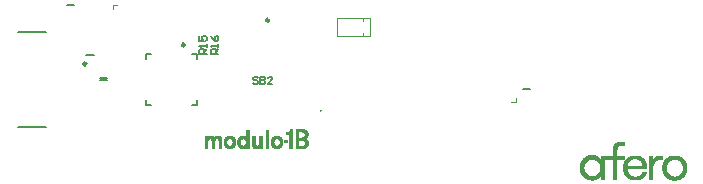
<source format=gto>
G04 Layer_Color=65535*
%FSLAX24Y24*%
%MOIN*%
G70*
G01*
G75*
%ADD10C,0.0060*%
%ADD41C,0.0050*%
%ADD52C,0.0098*%
%ADD53C,0.0059*%
%ADD54C,0.0079*%
%ADD55C,0.0040*%
%ADD56C,0.0040*%
%ADD57C,0.0005*%
%ADD58C,0.0003*%
D10*
X8150Y40D02*
X8110Y80D01*
X8030D01*
X7990Y40D01*
Y-0D01*
X8030Y-40D01*
X8110D01*
X8150Y-80D01*
Y-120D01*
X8110Y-160D01*
X8030D01*
X7990Y-120D01*
X8230Y80D02*
Y-160D01*
X8350D01*
X8390Y-120D01*
Y-80D01*
X8350Y-40D01*
X8230D01*
X8350D01*
X8390Y-0D01*
Y40D01*
X8350Y80D01*
X8230D01*
X8630Y-160D02*
X8470D01*
X8630Y-0D01*
Y40D01*
X8590Y80D01*
X8510D01*
X8470Y40D01*
D41*
X6830Y840D02*
X6590D01*
Y960D01*
X6630Y1000D01*
X6710D01*
X6750Y960D01*
Y840D01*
Y920D02*
X6830Y1000D01*
Y1080D02*
Y1160D01*
Y1120D01*
X6590D01*
X6630Y1080D01*
X6590Y1440D02*
X6630Y1360D01*
X6710Y1280D01*
X6790D01*
X6830Y1320D01*
Y1400D01*
X6790Y1440D01*
X6750D01*
X6710Y1400D01*
Y1280D01*
X6440Y840D02*
X6200D01*
Y960D01*
X6240Y1000D01*
X6320D01*
X6360Y960D01*
Y840D01*
Y920D02*
X6440Y1000D01*
Y1080D02*
Y1160D01*
Y1120D01*
X6200D01*
X6240Y1080D01*
X6200Y1440D02*
Y1280D01*
X6320D01*
X6280Y1360D01*
Y1400D01*
X6320Y1440D01*
X6400D01*
X6440Y1400D01*
Y1320D01*
X6400Y1280D01*
D52*
X5708Y1142D02*
G03*
X5708Y1142I-49J0D01*
G01*
X8518Y1962D02*
G03*
X8518Y1962I-49J0D01*
G01*
X2425Y512D02*
G03*
X2425Y512I-49J0D01*
G01*
D53*
X10250Y-1060D02*
G03*
X10250Y-1060I-20J0D01*
G01*
D54*
X4429Y846D02*
X4596D01*
X4429Y679D02*
Y846D01*
Y-846D02*
Y-679D01*
Y-846D02*
X4596D01*
X5954D02*
X6121D01*
Y-679D01*
Y679D02*
Y846D01*
X5954D02*
X6121D01*
X2882Y43D02*
X3118D01*
X148Y-1583D02*
X1077D01*
X148Y1583D02*
X432D01*
X148D02*
X1077D01*
X2432Y799D02*
X2668D01*
X16992Y-321D02*
X17228D01*
X1782Y2457D02*
X2018D01*
X2882Y-34D02*
X3118D01*
D55*
X3301Y2340D02*
Y2480D01*
X3461D01*
X10800Y1451D02*
X11900D01*
X10800Y2051D02*
X11900Y2051D01*
X10800Y1451D02*
Y2051D01*
X11900Y1451D02*
X11900Y2051D01*
X16739Y-770D02*
Y-630D01*
X16579Y-770D02*
X16739D01*
D56*
X11650Y1451D02*
Y1547D01*
Y1951D02*
Y2047D01*
D57*
X20172Y-2088D02*
X20282D01*
X20148Y-2093D02*
X20306D01*
X20129Y-2098D02*
X20326D01*
X20114Y-2103D02*
X20335D01*
X20105Y-2108D02*
X20340D01*
X20095Y-2112D02*
X20340D01*
X20086Y-2117D02*
X20340D01*
X20081Y-2122D02*
X20340D01*
X20071Y-2127D02*
X20340D01*
X20066Y-2132D02*
X20340D01*
X20062Y-2136D02*
X20340D01*
X20057Y-2141D02*
X20340D01*
X20052Y-2146D02*
X20340D01*
X20047Y-2151D02*
X20340D01*
X20042Y-2156D02*
X20340D01*
X20038Y-2160D02*
X20340D01*
X20033Y-2165D02*
X20340D01*
X20033Y-2170D02*
X20340D01*
X20028Y-2175D02*
X20340D01*
X20023Y-2180D02*
X20340D01*
X20023Y-2184D02*
X20340D01*
X20018Y-2189D02*
X20340D01*
X20018Y-2194D02*
X20220D01*
X20273D02*
X20340D01*
X20014Y-2199D02*
X20191D01*
X20302D02*
X20340D01*
X20014Y-2204D02*
X20177D01*
X20321D02*
X20340D01*
X20009Y-2208D02*
X20167D01*
X20335D02*
X20340D01*
X20009Y-2213D02*
X20158D01*
X20004Y-2218D02*
X20153D01*
X20004Y-2223D02*
X20143D01*
X20004Y-2228D02*
X20138D01*
X19999Y-2232D02*
X20134D01*
X19999Y-2237D02*
X20134D01*
X19999Y-2242D02*
X20129D01*
X19994Y-2247D02*
X20124D01*
X19994Y-2252D02*
X20124D01*
X19994Y-2256D02*
X20119D01*
X19994Y-2261D02*
X20119D01*
X19990Y-2266D02*
X20114D01*
X19990Y-2271D02*
X20114D01*
X19990Y-2276D02*
X20114D01*
X19990Y-2280D02*
X20110D01*
X19990Y-2285D02*
X20110D01*
X19990Y-2290D02*
X20110D01*
X19985Y-2295D02*
X20105D01*
X19985Y-2300D02*
X20105D01*
X19985Y-2304D02*
X20105D01*
X19985Y-2309D02*
X20105D01*
X19985Y-2314D02*
X20105D01*
X19985Y-2319D02*
X20105D01*
X19985Y-2324D02*
X20105D01*
X19985Y-2328D02*
X20100D01*
X19985Y-2333D02*
X20100D01*
X19985Y-2338D02*
X20100D01*
X19985Y-2343D02*
X20100D01*
X19980Y-2348D02*
X20100D01*
X19980Y-2352D02*
X20100D01*
X19980Y-2357D02*
X20100D01*
X19980Y-2362D02*
X20100D01*
X19980Y-2367D02*
X20100D01*
X19980Y-2372D02*
X20100D01*
X19980Y-2376D02*
X20100D01*
X19980Y-2381D02*
X20100D01*
X19980Y-2386D02*
X20100D01*
X19980Y-2391D02*
X20100D01*
X19980Y-2396D02*
X20100D01*
X19980Y-2400D02*
X20100D01*
X19980Y-2405D02*
X20100D01*
X19980Y-2410D02*
X20100D01*
X19980Y-2415D02*
X20100D01*
X19980Y-2420D02*
X20100D01*
X19980Y-2424D02*
X20100D01*
X19980Y-2429D02*
X20100D01*
X19980Y-2434D02*
X20100D01*
X19980Y-2439D02*
X20100D01*
X19980Y-2444D02*
X20100D01*
X19980Y-2448D02*
X20100D01*
X19980Y-2453D02*
X20100D01*
X19980Y-2458D02*
X20100D01*
X19980Y-2463D02*
X20100D01*
X19980Y-2468D02*
X20100D01*
X19980Y-2472D02*
X20100D01*
X19980Y-2477D02*
X20100D01*
X19980Y-2482D02*
X20100D01*
X19980Y-2487D02*
X20100D01*
X19980Y-2492D02*
X20100D01*
X19980Y-2496D02*
X20100D01*
X19980Y-2501D02*
X20100D01*
X19980Y-2506D02*
X20100D01*
X19980Y-2511D02*
X20100D01*
X19980Y-2516D02*
X20100D01*
X19980Y-2520D02*
X20100D01*
X19980Y-2525D02*
X20100D01*
X19236Y-2530D02*
X19318D01*
X19980D02*
X20100D01*
X19202Y-2535D02*
X19346D01*
X19980D02*
X20100D01*
X19178Y-2540D02*
X19366D01*
X19980D02*
X20100D01*
X19159Y-2544D02*
X19385D01*
X19980D02*
X20100D01*
X19145Y-2549D02*
X19394D01*
X19582D02*
X20340D01*
X20647D02*
X20777D01*
X19130Y-2554D02*
X19409D01*
X19582D02*
X20340D01*
X20618D02*
X20806D01*
X21502D02*
X21602D01*
X21962D02*
X22092D01*
X19116Y-2559D02*
X19418D01*
X19582D02*
X20340D01*
X20594D02*
X20825D01*
X21478D02*
X21617D01*
X21934D02*
X22121D01*
X19106Y-2564D02*
X19428D01*
X19582D02*
X20340D01*
X20580D02*
X20839D01*
X21170D02*
X21281D01*
X21458D02*
X21626D01*
X21910D02*
X22140D01*
X19097Y-2568D02*
X19438D01*
X19582D02*
X20340D01*
X20566D02*
X20854D01*
X21170D02*
X21281D01*
X21444D02*
X21626D01*
X21895D02*
X22154D01*
X19087Y-2573D02*
X19442D01*
X19582D02*
X20340D01*
X20551D02*
X20868D01*
X21170D02*
X21281D01*
X21434D02*
X21626D01*
X21881D02*
X22169D01*
X19078Y-2578D02*
X19452D01*
X19582D02*
X20340D01*
X20542D02*
X20878D01*
X21170D02*
X21281D01*
X21425D02*
X21626D01*
X21866D02*
X22183D01*
X19068Y-2583D02*
X19457D01*
X19582D02*
X20340D01*
X20527D02*
X20887D01*
X21170D02*
X21281D01*
X21415D02*
X21626D01*
X21857D02*
X22198D01*
X19063Y-2588D02*
X19466D01*
X19582D02*
X20340D01*
X20518D02*
X20902D01*
X21170D02*
X21281D01*
X21406D02*
X21626D01*
X21847D02*
X22207D01*
X19054Y-2592D02*
X19471D01*
X19582D02*
X20340D01*
X20508D02*
X20906D01*
X21170D02*
X21281D01*
X21396D02*
X21626D01*
X21838D02*
X22217D01*
X19049Y-2597D02*
X19476D01*
X19582D02*
X20340D01*
X20503D02*
X20916D01*
X21170D02*
X21281D01*
X21386D02*
X21626D01*
X21828D02*
X22226D01*
X19039Y-2602D02*
X19481D01*
X19582D02*
X20340D01*
X20494D02*
X20926D01*
X21170D02*
X21281D01*
X21382D02*
X21626D01*
X21818D02*
X22236D01*
X19034Y-2607D02*
X19490D01*
X19582D02*
X20340D01*
X20484D02*
X20930D01*
X21170D02*
X21281D01*
X21377D02*
X21626D01*
X21809D02*
X22241D01*
X19030Y-2612D02*
X19495D01*
X19582D02*
X20340D01*
X20479D02*
X20940D01*
X21170D02*
X21281D01*
X21367D02*
X21626D01*
X21804D02*
X22250D01*
X19020Y-2616D02*
X19500D01*
X19582D02*
X20340D01*
X20470D02*
X20945D01*
X21170D02*
X21281D01*
X21362D02*
X21626D01*
X21794D02*
X22260D01*
X19015Y-2621D02*
X19505D01*
X19582D02*
X20340D01*
X20465D02*
X20954D01*
X21170D02*
X21281D01*
X21358D02*
X21626D01*
X21790D02*
X22265D01*
X19010Y-2626D02*
X19510D01*
X19582D02*
X20340D01*
X20460D02*
X20959D01*
X21170D02*
X21281D01*
X21353D02*
X21626D01*
X21780D02*
X22274D01*
X19006Y-2631D02*
X19510D01*
X19582D02*
X20340D01*
X20450D02*
X20964D01*
X21170D02*
X21281D01*
X21348D02*
X21626D01*
X21775D02*
X22279D01*
X19001Y-2636D02*
X19514D01*
X19582D02*
X20340D01*
X20446D02*
X20690D01*
X20724D02*
X20969D01*
X21170D02*
X21281D01*
X21343D02*
X21626D01*
X21770D02*
X22284D01*
X18996Y-2640D02*
X19519D01*
X19582D02*
X20340D01*
X20441D02*
X20647D01*
X20767D02*
X20974D01*
X21170D02*
X21281D01*
X21338D02*
X21626D01*
X21761D02*
X22289D01*
X18991Y-2645D02*
X19524D01*
X19582D02*
X20340D01*
X20436D02*
X20628D01*
X20786D02*
X20983D01*
X21170D02*
X21281D01*
X21334D02*
X21626D01*
X21756D02*
X22298D01*
X18986Y-2650D02*
X19529D01*
X19582D02*
X19692D01*
X19980D02*
X20100D01*
X20431D02*
X20609D01*
X20801D02*
X20988D01*
X21170D02*
X21281D01*
X21329D02*
X21626D01*
X21751D02*
X22303D01*
X18982Y-2655D02*
X19260D01*
X19294D02*
X19529D01*
X19582D02*
X19692D01*
X19980D02*
X20100D01*
X20426D02*
X20599D01*
X20815D02*
X20993D01*
X21170D02*
X21281D01*
X21324D02*
X21626D01*
X21746D02*
X22010D01*
X22044D02*
X22308D01*
X18977Y-2660D02*
X19222D01*
X19337D02*
X19534D01*
X19582D02*
X19692D01*
X19980D02*
X20100D01*
X20422D02*
X20585D01*
X20825D02*
X20993D01*
X21170D02*
X21281D01*
X21319D02*
X21535D01*
X21574D02*
X21626D01*
X21742D02*
X21967D01*
X22082D02*
X22313D01*
X18972Y-2664D02*
X19202D01*
X19356D02*
X19538D01*
X19582D02*
X19692D01*
X19980D02*
X20100D01*
X20417D02*
X20575D01*
X20834D02*
X20998D01*
X21170D02*
X21281D01*
X21319D02*
X21497D01*
X21612D02*
X21626D01*
X21737D02*
X21948D01*
X22106D02*
X22318D01*
X18972Y-2669D02*
X19183D01*
X19370D02*
X19538D01*
X19582D02*
X19692D01*
X19980D02*
X20100D01*
X20412D02*
X20566D01*
X20844D02*
X21002D01*
X21170D02*
X21281D01*
X21314D02*
X21473D01*
X21732D02*
X21934D01*
X22121D02*
X22322D01*
X18967Y-2674D02*
X19174D01*
X19385D02*
X19543D01*
X19582D02*
X19692D01*
X19980D02*
X20100D01*
X20407D02*
X20556D01*
X20854D02*
X21007D01*
X21170D02*
X21281D01*
X21310D02*
X21458D01*
X21727D02*
X21919D01*
X22135D02*
X22327D01*
X18962Y-2679D02*
X19159D01*
X19399D02*
X19548D01*
X19582D02*
X19692D01*
X19980D02*
X20100D01*
X20407D02*
X20551D01*
X20858D02*
X21012D01*
X21170D02*
X21281D01*
X21310D02*
X21449D01*
X21722D02*
X21905D01*
X22145D02*
X22332D01*
X18958Y-2684D02*
X19150D01*
X19409D02*
X19548D01*
X19582D02*
X19692D01*
X19980D02*
X20100D01*
X20402D02*
X20542D01*
X20868D02*
X21017D01*
X21170D02*
X21281D01*
X21305D02*
X21434D01*
X21718D02*
X21895D01*
X22154D02*
X22337D01*
X18953Y-2688D02*
X19140D01*
X19418D02*
X19553D01*
X19582D02*
X19692D01*
X19980D02*
X20100D01*
X20398D02*
X20537D01*
X20873D02*
X21022D01*
X21170D02*
X21281D01*
X21300D02*
X21430D01*
X21713D02*
X21886D01*
X22164D02*
X22337D01*
X18953Y-2693D02*
X19135D01*
X19423D02*
X19553D01*
X19582D02*
X19692D01*
X19980D02*
X20100D01*
X20393D02*
X20532D01*
X20878D02*
X21022D01*
X21170D02*
X21281D01*
X21300D02*
X21420D01*
X21713D02*
X21881D01*
X22174D02*
X22342D01*
X18948Y-2698D02*
X19126D01*
X19433D02*
X19558D01*
X19582D02*
X19692D01*
X19980D02*
X20100D01*
X20393D02*
X20527D01*
X20887D02*
X21026D01*
X21170D02*
X21281D01*
X21295D02*
X21410D01*
X21708D02*
X21871D01*
X22183D02*
X22346D01*
X18943Y-2703D02*
X19116D01*
X19438D02*
X19558D01*
X19582D02*
X19692D01*
X19980D02*
X20100D01*
X20388D02*
X20518D01*
X20892D02*
X21031D01*
X21170D02*
X21281D01*
X21295D02*
X21406D01*
X21703D02*
X21866D01*
X22188D02*
X22351D01*
X18943Y-2708D02*
X19111D01*
X19447D02*
X19562D01*
X19582D02*
X19692D01*
X19980D02*
X20100D01*
X20383D02*
X20513D01*
X20897D02*
X21031D01*
X21170D02*
X21281D01*
X21290D02*
X21396D01*
X21698D02*
X21857D01*
X22198D02*
X22356D01*
X18938Y-2712D02*
X19106D01*
X19452D02*
X19562D01*
X19582D02*
X19692D01*
X19980D02*
X20100D01*
X20383D02*
X20508D01*
X20902D02*
X21036D01*
X21170D02*
X21281D01*
X21290D02*
X21391D01*
X21698D02*
X21852D01*
X22202D02*
X22356D01*
X18938Y-2717D02*
X19102D01*
X19457D02*
X19567D01*
X19582D02*
X19692D01*
X19980D02*
X20100D01*
X20378D02*
X20508D01*
X20906D02*
X21041D01*
X21170D02*
X21281D01*
X21286D02*
X21386D01*
X21694D02*
X21847D01*
X22207D02*
X22361D01*
X18934Y-2722D02*
X19092D01*
X19466D02*
X19567D01*
X19582D02*
X19692D01*
X19980D02*
X20100D01*
X20374D02*
X20503D01*
X20911D02*
X21041D01*
X21170D02*
X21281D01*
X21286D02*
X21382D01*
X21689D02*
X21838D01*
X22212D02*
X22366D01*
X18929Y-2727D02*
X19087D01*
X19471D02*
X19572D01*
X19582D02*
X19692D01*
X19980D02*
X20100D01*
X20374D02*
X20498D01*
X20916D02*
X21046D01*
X21170D02*
X21281D01*
X21286D02*
X21377D01*
X21689D02*
X21833D01*
X22222D02*
X22366D01*
X18929Y-2732D02*
X19082D01*
X19476D02*
X19572D01*
X19582D02*
X19692D01*
X19980D02*
X20100D01*
X20369D02*
X20494D01*
X20916D02*
X21046D01*
X21170D02*
X21372D01*
X21684D02*
X21828D01*
X22226D02*
X22370D01*
X18924Y-2736D02*
X19078D01*
X19481D02*
X19692D01*
X19980D02*
X20100D01*
X20369D02*
X20489D01*
X20921D02*
X21050D01*
X21170D02*
X21367D01*
X21679D02*
X21823D01*
X22231D02*
X22375D01*
X18924Y-2741D02*
X19073D01*
X19486D02*
X19692D01*
X19980D02*
X20100D01*
X20364D02*
X20489D01*
X20926D02*
X21050D01*
X21170D02*
X21362D01*
X21679D02*
X21818D01*
X22236D02*
X22375D01*
X18919Y-2746D02*
X19068D01*
X19490D02*
X19692D01*
X19980D02*
X20100D01*
X20364D02*
X20484D01*
X20930D02*
X21055D01*
X21170D02*
X21358D01*
X21674D02*
X21814D01*
X22241D02*
X22380D01*
X18919Y-2751D02*
X19063D01*
X19495D02*
X19692D01*
X19980D02*
X20100D01*
X20359D02*
X20479D01*
X20930D02*
X21055D01*
X21170D02*
X21353D01*
X21674D02*
X21809D01*
X22241D02*
X22380D01*
X18914Y-2756D02*
X19063D01*
X19495D02*
X19692D01*
X19980D02*
X20100D01*
X20359D02*
X20479D01*
X20935D02*
X21060D01*
X21170D02*
X21348D01*
X21670D02*
X21809D01*
X22246D02*
X22385D01*
X18914Y-2760D02*
X19058D01*
X19500D02*
X19692D01*
X19980D02*
X20100D01*
X20354D02*
X20474D01*
X20935D02*
X21060D01*
X21170D02*
X21348D01*
X21670D02*
X21804D01*
X22250D02*
X22385D01*
X18910Y-2765D02*
X19054D01*
X19505D02*
X19692D01*
X19980D02*
X20100D01*
X20354D02*
X20474D01*
X20940D02*
X21065D01*
X21170D02*
X21343D01*
X21665D02*
X21799D01*
X22255D02*
X22390D01*
X18910Y-2770D02*
X19049D01*
X19510D02*
X19692D01*
X19980D02*
X20100D01*
X20350D02*
X20470D01*
X20940D02*
X21065D01*
X21170D02*
X21338D01*
X21665D02*
X21794D01*
X22260D02*
X22390D01*
X18910Y-2775D02*
X19049D01*
X19510D02*
X19692D01*
X19980D02*
X20100D01*
X20350D02*
X20470D01*
X20945D02*
X21065D01*
X21170D02*
X21334D01*
X21660D02*
X21794D01*
X22260D02*
X22394D01*
X18905Y-2780D02*
X19044D01*
X19514D02*
X19692D01*
X19980D02*
X20100D01*
X20350D02*
X20465D01*
X20945D02*
X21070D01*
X21170D02*
X21334D01*
X21660D02*
X21790D01*
X22265D02*
X22394D01*
X18905Y-2784D02*
X19039D01*
X19519D02*
X19692D01*
X19980D02*
X20100D01*
X20345D02*
X20465D01*
X20950D02*
X21070D01*
X21170D02*
X21329D01*
X21655D02*
X21785D01*
X22270D02*
X22399D01*
X18905Y-2789D02*
X19039D01*
X19519D02*
X19692D01*
X19980D02*
X20100D01*
X20345D02*
X20460D01*
X20950D02*
X21070D01*
X21170D02*
X21329D01*
X21655D02*
X21785D01*
X22270D02*
X22399D01*
X18900Y-2794D02*
X19034D01*
X19524D02*
X19692D01*
X19980D02*
X20100D01*
X20345D02*
X20460D01*
X20954D02*
X21074D01*
X21170D02*
X21324D01*
X21655D02*
X21780D01*
X22274D02*
X22399D01*
X18900Y-2799D02*
X19034D01*
X19524D02*
X19692D01*
X19980D02*
X20100D01*
X20340D02*
X20460D01*
X20954D02*
X21074D01*
X21170D02*
X21324D01*
X21650D02*
X21775D01*
X22279D02*
X22404D01*
X18900Y-2804D02*
X19030D01*
X19529D02*
X19692D01*
X19980D02*
X20100D01*
X20340D02*
X20455D01*
X20954D02*
X21074D01*
X21170D02*
X21319D01*
X21650D02*
X21775D01*
X22279D02*
X22404D01*
X18895Y-2808D02*
X19030D01*
X19529D02*
X19692D01*
X19980D02*
X20100D01*
X20340D02*
X20455D01*
X20954D02*
X21079D01*
X21170D02*
X21319D01*
X21646D02*
X21770D01*
X22284D02*
X22404D01*
X18895Y-2813D02*
X19025D01*
X19534D02*
X19692D01*
X19980D02*
X20100D01*
X20335D02*
X20455D01*
X20959D02*
X21079D01*
X21170D02*
X21314D01*
X21646D02*
X21770D01*
X22284D02*
X22409D01*
X18895Y-2818D02*
X19025D01*
X19534D02*
X19692D01*
X19980D02*
X20100D01*
X20335D02*
X20450D01*
X20959D02*
X21079D01*
X21170D02*
X21314D01*
X21646D02*
X21766D01*
X22289D02*
X22409D01*
X18890Y-2823D02*
X19020D01*
X19538D02*
X19692D01*
X19980D02*
X20100D01*
X20335D02*
X20450D01*
X20959D02*
X21079D01*
X21170D02*
X21310D01*
X21646D02*
X21766D01*
X22289D02*
X22409D01*
X18890Y-2828D02*
X19020D01*
X19538D02*
X19692D01*
X19980D02*
X20100D01*
X20335D02*
X20450D01*
X20959D02*
X21079D01*
X21170D02*
X21310D01*
X21641D02*
X21766D01*
X22289D02*
X22414D01*
X18890Y-2832D02*
X19015D01*
X19543D02*
X19692D01*
X19980D02*
X20100D01*
X20330D02*
X20450D01*
X20964D02*
X21084D01*
X21170D02*
X21310D01*
X21641D02*
X21761D01*
X22294D02*
X22414D01*
X18890Y-2837D02*
X19015D01*
X19543D02*
X19692D01*
X19980D02*
X20100D01*
X20330D02*
X20450D01*
X20964D02*
X21084D01*
X21170D02*
X21305D01*
X21641D02*
X21761D01*
X22294D02*
X22414D01*
X18886Y-2842D02*
X19015D01*
X19543D02*
X19692D01*
X19980D02*
X20100D01*
X20330D02*
X20446D01*
X20964D02*
X21084D01*
X21170D02*
X21305D01*
X21636D02*
X21756D01*
X22298D02*
X22418D01*
X18886Y-2847D02*
X19010D01*
X19548D02*
X19692D01*
X19980D02*
X20100D01*
X20330D02*
X20446D01*
X20964D02*
X21084D01*
X21170D02*
X21305D01*
X21636D02*
X21756D01*
X22298D02*
X22418D01*
X18886Y-2852D02*
X19010D01*
X19548D02*
X19692D01*
X19980D02*
X20100D01*
X20330D02*
X20446D01*
X20964D02*
X21084D01*
X21170D02*
X21300D01*
X21636D02*
X21756D01*
X22298D02*
X22418D01*
X18886Y-2856D02*
X19010D01*
X19548D02*
X19692D01*
X19980D02*
X20100D01*
X20326D02*
X20446D01*
X20964D02*
X21084D01*
X21170D02*
X21300D01*
X21636D02*
X21751D01*
X22303D02*
X22418D01*
X18886Y-2861D02*
X19006D01*
X19553D02*
X19692D01*
X19980D02*
X20100D01*
X20326D02*
X20446D01*
X20964D02*
X21084D01*
X21170D02*
X21300D01*
X21631D02*
X21751D01*
X22303D02*
X22423D01*
X18881Y-2866D02*
X19006D01*
X19553D02*
X19692D01*
X19980D02*
X20100D01*
X20326D02*
X20446D01*
X20964D02*
X21084D01*
X21170D02*
X21295D01*
X21631D02*
X21751D01*
X22303D02*
X22423D01*
X18881Y-2871D02*
X19006D01*
X19553D02*
X19692D01*
X19980D02*
X20100D01*
X20326D02*
X20446D01*
X20969D02*
X21084D01*
X21170D02*
X21295D01*
X21631D02*
X21751D01*
X22303D02*
X22423D01*
X18881Y-2876D02*
X19006D01*
X19553D02*
X19692D01*
X19980D02*
X20100D01*
X20326D02*
X20446D01*
X20969D02*
X21084D01*
X21170D02*
X21295D01*
X21631D02*
X21746D01*
X22308D02*
X22423D01*
X18881Y-2880D02*
X19006D01*
X19558D02*
X19692D01*
X19980D02*
X20100D01*
X20326D02*
X20441D01*
X20969D02*
X21084D01*
X21170D02*
X21295D01*
X21631D02*
X21746D01*
X22308D02*
X22423D01*
X18881Y-2885D02*
X19001D01*
X19558D02*
X19692D01*
X19980D02*
X20100D01*
X20326D02*
X21084D01*
X21170D02*
X21290D01*
X21631D02*
X21746D01*
X22308D02*
X22423D01*
X18881Y-2890D02*
X19001D01*
X19558D02*
X19692D01*
X19980D02*
X20100D01*
X20321D02*
X21084D01*
X21170D02*
X21290D01*
X21626D02*
X21746D01*
X22308D02*
X22428D01*
X18881Y-2895D02*
X19001D01*
X19558D02*
X19692D01*
X19980D02*
X20100D01*
X20321D02*
X21084D01*
X21170D02*
X21290D01*
X21626D02*
X21742D01*
X22313D02*
X22428D01*
X18881Y-2900D02*
X19001D01*
X19558D02*
X19692D01*
X19980D02*
X20100D01*
X20321D02*
X21084D01*
X21170D02*
X21290D01*
X21626D02*
X21742D01*
X22313D02*
X22428D01*
X18881Y-2904D02*
X19001D01*
X19558D02*
X19692D01*
X19980D02*
X20100D01*
X20321D02*
X21084D01*
X21170D02*
X21290D01*
X21626D02*
X21742D01*
X22313D02*
X22428D01*
X18881Y-2909D02*
X19001D01*
X19562D02*
X19692D01*
X19980D02*
X20100D01*
X20321D02*
X21084D01*
X21170D02*
X21290D01*
X21626D02*
X21742D01*
X22313D02*
X22428D01*
X18881Y-2914D02*
X18996D01*
X19562D02*
X19692D01*
X19980D02*
X20100D01*
X20321D02*
X21084D01*
X21170D02*
X21286D01*
X21626D02*
X21742D01*
X22313D02*
X22428D01*
X18876Y-2919D02*
X18996D01*
X19562D02*
X19692D01*
X19980D02*
X20100D01*
X20321D02*
X21084D01*
X21170D02*
X21286D01*
X21626D02*
X21742D01*
X22313D02*
X22428D01*
X18876Y-2924D02*
X18996D01*
X19562D02*
X19692D01*
X19980D02*
X20100D01*
X20321D02*
X21084D01*
X21170D02*
X21286D01*
X21626D02*
X21742D01*
X22313D02*
X22428D01*
X18876Y-2928D02*
X18996D01*
X19562D02*
X19692D01*
X19980D02*
X20100D01*
X20321D02*
X21084D01*
X21170D02*
X21286D01*
X21626D02*
X21742D01*
X22313D02*
X22428D01*
X18876Y-2933D02*
X18996D01*
X19562D02*
X19692D01*
X19980D02*
X20100D01*
X20321D02*
X21084D01*
X21170D02*
X21286D01*
X21626D02*
X21742D01*
X22313D02*
X22428D01*
X18876Y-2938D02*
X18996D01*
X19562D02*
X19692D01*
X19980D02*
X20100D01*
X20321D02*
X21084D01*
X21170D02*
X21286D01*
X21626D02*
X21742D01*
X22313D02*
X22428D01*
X18876Y-2943D02*
X18996D01*
X19562D02*
X19692D01*
X19980D02*
X20100D01*
X20321D02*
X21084D01*
X21170D02*
X21286D01*
X21626D02*
X21737D01*
X22318D02*
X22428D01*
X18876Y-2948D02*
X18996D01*
X19562D02*
X19692D01*
X19980D02*
X20100D01*
X20321D02*
X21084D01*
X21170D02*
X21286D01*
X21626D02*
X21737D01*
X22318D02*
X22428D01*
X18876Y-2952D02*
X18996D01*
X19562D02*
X19692D01*
X19980D02*
X20100D01*
X20321D02*
X21084D01*
X21170D02*
X21286D01*
X21626D02*
X21737D01*
X22318D02*
X22428D01*
X18876Y-2957D02*
X18996D01*
X19562D02*
X19692D01*
X19980D02*
X20100D01*
X20321D02*
X21084D01*
X21170D02*
X21286D01*
X21626D02*
X21737D01*
X22318D02*
X22428D01*
X18881Y-2962D02*
X18996D01*
X19562D02*
X19692D01*
X19980D02*
X20100D01*
X20321D02*
X21079D01*
X21170D02*
X21286D01*
X21626D02*
X21737D01*
X22318D02*
X22428D01*
X18881Y-2967D02*
X18996D01*
X19562D02*
X19692D01*
X19980D02*
X20100D01*
X20321D02*
X21079D01*
X21170D02*
X21281D01*
X21626D02*
X21737D01*
X22318D02*
X22428D01*
X18881Y-2972D02*
X18996D01*
X19562D02*
X19692D01*
X19980D02*
X20100D01*
X20321D02*
X20441D01*
X21170D02*
X21281D01*
X21626D02*
X21742D01*
X22313D02*
X22428D01*
X18881Y-2976D02*
X18996D01*
X19562D02*
X19692D01*
X19980D02*
X20100D01*
X20321D02*
X20441D01*
X21170D02*
X21281D01*
X21626D02*
X21742D01*
X22313D02*
X22428D01*
X18881Y-2981D02*
X18996D01*
X19562D02*
X19692D01*
X19980D02*
X20100D01*
X20321D02*
X20441D01*
X21170D02*
X21281D01*
X21626D02*
X21742D01*
X22313D02*
X22428D01*
X18881Y-2986D02*
X19001D01*
X19558D02*
X19692D01*
X19980D02*
X20100D01*
X20321D02*
X20441D01*
X21170D02*
X21281D01*
X21626D02*
X21742D01*
X22313D02*
X22428D01*
X18881Y-2991D02*
X19001D01*
X19558D02*
X19692D01*
X19980D02*
X20100D01*
X20321D02*
X20441D01*
X21170D02*
X21281D01*
X21626D02*
X21742D01*
X22313D02*
X22428D01*
X18881Y-2996D02*
X19001D01*
X19558D02*
X19692D01*
X19980D02*
X20100D01*
X20321D02*
X20441D01*
X21170D02*
X21281D01*
X21626D02*
X21742D01*
X22313D02*
X22428D01*
X18881Y-3000D02*
X19001D01*
X19558D02*
X19692D01*
X19980D02*
X20100D01*
X20326D02*
X20446D01*
X21170D02*
X21281D01*
X21626D02*
X21742D01*
X22313D02*
X22428D01*
X18881Y-3005D02*
X19001D01*
X19558D02*
X19692D01*
X19980D02*
X20100D01*
X20326D02*
X20446D01*
X21170D02*
X21281D01*
X21626D02*
X21742D01*
X22313D02*
X22428D01*
X18881Y-3010D02*
X19001D01*
X19558D02*
X19692D01*
X19980D02*
X20100D01*
X20326D02*
X20446D01*
X21170D02*
X21281D01*
X21626D02*
X21746D01*
X22308D02*
X22428D01*
X18886Y-3015D02*
X19006D01*
X19553D02*
X19692D01*
X19980D02*
X20100D01*
X20326D02*
X20446D01*
X21170D02*
X21281D01*
X21631D02*
X21746D01*
X22308D02*
X22423D01*
X18886Y-3020D02*
X19006D01*
X19553D02*
X19692D01*
X19980D02*
X20100D01*
X20326D02*
X20446D01*
X21170D02*
X21281D01*
X21631D02*
X21746D01*
X22308D02*
X22423D01*
X18886Y-3024D02*
X19006D01*
X19553D02*
X19692D01*
X19980D02*
X20100D01*
X20326D02*
X20446D01*
X21170D02*
X21281D01*
X21631D02*
X21746D01*
X22308D02*
X22423D01*
X18886Y-3029D02*
X19006D01*
X19553D02*
X19692D01*
X19980D02*
X20100D01*
X20326D02*
X20446D01*
X21170D02*
X21281D01*
X21631D02*
X21746D01*
X22308D02*
X22423D01*
X18886Y-3034D02*
X19010D01*
X19553D02*
X19692D01*
X19980D02*
X20100D01*
X20330D02*
X20450D01*
X21170D02*
X21281D01*
X21631D02*
X21751D01*
X22303D02*
X22423D01*
X18890Y-3039D02*
X19010D01*
X19548D02*
X19692D01*
X19980D02*
X20100D01*
X20330D02*
X20450D01*
X21170D02*
X21281D01*
X21631D02*
X21751D01*
X22303D02*
X22423D01*
X18890Y-3044D02*
X19010D01*
X19548D02*
X19692D01*
X19980D02*
X20100D01*
X20330D02*
X20450D01*
X21170D02*
X21281D01*
X21636D02*
X21751D01*
X22303D02*
X22418D01*
X18890Y-3048D02*
X19015D01*
X19548D02*
X19692D01*
X19980D02*
X20100D01*
X20330D02*
X20450D01*
X21170D02*
X21281D01*
X21636D02*
X21756D01*
X22298D02*
X22418D01*
X18890Y-3053D02*
X19015D01*
X19543D02*
X19692D01*
X19980D02*
X20100D01*
X20330D02*
X20455D01*
X21170D02*
X21281D01*
X21636D02*
X21756D01*
X22298D02*
X22418D01*
X18895Y-3058D02*
X19015D01*
X19543D02*
X19692D01*
X19980D02*
X20100D01*
X20335D02*
X20455D01*
X21170D02*
X21281D01*
X21636D02*
X21756D01*
X22298D02*
X22418D01*
X18895Y-3063D02*
X19020D01*
X19538D02*
X19692D01*
X19980D02*
X20100D01*
X20335D02*
X20455D01*
X21170D02*
X21281D01*
X21641D02*
X21761D01*
X22294D02*
X22414D01*
X18895Y-3068D02*
X19020D01*
X19538D02*
X19692D01*
X19980D02*
X20100D01*
X20335D02*
X20455D01*
X21170D02*
X21281D01*
X21641D02*
X21761D01*
X22294D02*
X22414D01*
X18900Y-3072D02*
X19020D01*
X19538D02*
X19692D01*
X19980D02*
X20100D01*
X20335D02*
X20460D01*
X21170D02*
X21281D01*
X21641D02*
X21766D01*
X22289D02*
X22414D01*
X18900Y-3077D02*
X19025D01*
X19534D02*
X19692D01*
X19980D02*
X20100D01*
X20340D02*
X20460D01*
X21170D02*
X21281D01*
X21646D02*
X21766D01*
X22289D02*
X22409D01*
X18900Y-3082D02*
X19025D01*
X19534D02*
X19692D01*
X19980D02*
X20100D01*
X20340D02*
X20460D01*
X21170D02*
X21281D01*
X21646D02*
X21766D01*
X22289D02*
X22409D01*
X18905Y-3087D02*
X19030D01*
X19529D02*
X19692D01*
X19980D02*
X20100D01*
X20340D02*
X20465D01*
X21170D02*
X21281D01*
X21646D02*
X21770D01*
X22284D02*
X22409D01*
X18905Y-3092D02*
X19030D01*
X19529D02*
X19692D01*
X19980D02*
X20100D01*
X20340D02*
X20465D01*
X21170D02*
X21281D01*
X21650D02*
X21770D01*
X22284D02*
X22404D01*
X18905Y-3096D02*
X19034D01*
X19524D02*
X19692D01*
X19980D02*
X20100D01*
X20345D02*
X20470D01*
X21170D02*
X21281D01*
X21650D02*
X21775D01*
X22279D02*
X22404D01*
X18910Y-3101D02*
X19034D01*
X19524D02*
X19692D01*
X19980D02*
X20100D01*
X20345D02*
X20470D01*
X21170D02*
X21281D01*
X21650D02*
X21775D01*
X22279D02*
X22404D01*
X18910Y-3106D02*
X19039D01*
X19519D02*
X19692D01*
X19980D02*
X20100D01*
X20345D02*
X20474D01*
X21170D02*
X21281D01*
X21655D02*
X21780D01*
X22274D02*
X22399D01*
X18910Y-3111D02*
X19044D01*
X19514D02*
X19692D01*
X19980D02*
X20100D01*
X20350D02*
X20474D01*
X20950D02*
X21074D01*
X21170D02*
X21281D01*
X21655D02*
X21785D01*
X22270D02*
X22399D01*
X18914Y-3116D02*
X19044D01*
X19514D02*
X19692D01*
X19980D02*
X20100D01*
X20350D02*
X20479D01*
X20950D02*
X21074D01*
X21170D02*
X21281D01*
X21655D02*
X21785D01*
X22270D02*
X22394D01*
X18914Y-3120D02*
X19049D01*
X19510D02*
X19692D01*
X19980D02*
X20100D01*
X20354D02*
X20479D01*
X20945D02*
X21070D01*
X21170D02*
X21281D01*
X21660D02*
X21790D01*
X22265D02*
X22394D01*
X18919Y-3125D02*
X19054D01*
X19505D02*
X19692D01*
X19980D02*
X20100D01*
X20354D02*
X20484D01*
X20945D02*
X21070D01*
X21170D02*
X21281D01*
X21660D02*
X21794D01*
X22260D02*
X22394D01*
X18919Y-3130D02*
X19054D01*
X19505D02*
X19692D01*
X19980D02*
X20100D01*
X20354D02*
X20484D01*
X20940D02*
X21070D01*
X21170D02*
X21281D01*
X21665D02*
X21794D01*
X22260D02*
X22390D01*
X18924Y-3135D02*
X19058D01*
X19500D02*
X19692D01*
X19980D02*
X20100D01*
X20359D02*
X20489D01*
X20940D02*
X21070D01*
X21170D02*
X21281D01*
X21665D02*
X21799D01*
X22255D02*
X22390D01*
X18924Y-3140D02*
X19063D01*
X19495D02*
X19692D01*
X19980D02*
X20100D01*
X20359D02*
X20494D01*
X20935D02*
X21065D01*
X21170D02*
X21281D01*
X21670D02*
X21804D01*
X22250D02*
X22385D01*
X18929Y-3144D02*
X19068D01*
X19490D02*
X19572D01*
X19582D02*
X19692D01*
X19980D02*
X20100D01*
X20364D02*
X20494D01*
X20935D02*
X21065D01*
X21170D02*
X21281D01*
X21670D02*
X21809D01*
X22246D02*
X22385D01*
X18929Y-3149D02*
X19073D01*
X19486D02*
X19572D01*
X19582D02*
X19692D01*
X19980D02*
X20100D01*
X20364D02*
X20498D01*
X20930D02*
X21060D01*
X21170D02*
X21281D01*
X21674D02*
X21809D01*
X22241D02*
X22380D01*
X18934Y-3154D02*
X19078D01*
X19481D02*
X19567D01*
X19582D02*
X19692D01*
X19980D02*
X20100D01*
X20369D02*
X20503D01*
X20926D02*
X21060D01*
X21170D02*
X21281D01*
X21674D02*
X21814D01*
X22241D02*
X22380D01*
X18938Y-3159D02*
X19082D01*
X19476D02*
X19567D01*
X19582D02*
X19692D01*
X19980D02*
X20100D01*
X20369D02*
X20508D01*
X20921D02*
X21060D01*
X21170D02*
X21281D01*
X21679D02*
X21818D01*
X22236D02*
X22375D01*
X18938Y-3164D02*
X19087D01*
X19471D02*
X19562D01*
X19582D02*
X19692D01*
X19980D02*
X20100D01*
X20374D02*
X20513D01*
X20921D02*
X21055D01*
X21170D02*
X21281D01*
X21684D02*
X21823D01*
X22231D02*
X22370D01*
X18943Y-3168D02*
X19092D01*
X19466D02*
X19562D01*
X19582D02*
X19692D01*
X19980D02*
X20100D01*
X20374D02*
X20518D01*
X20916D02*
X21055D01*
X21170D02*
X21281D01*
X21684D02*
X21828D01*
X22226D02*
X22370D01*
X18943Y-3173D02*
X19097D01*
X19462D02*
X19558D01*
X19582D02*
X19692D01*
X19980D02*
X20100D01*
X20378D02*
X20522D01*
X20911D02*
X21050D01*
X21170D02*
X21281D01*
X21689D02*
X21833D01*
X22222D02*
X22366D01*
X18948Y-3178D02*
X19102D01*
X19457D02*
X19558D01*
X19582D02*
X19692D01*
X19980D02*
X20100D01*
X20383D02*
X20527D01*
X20906D02*
X21050D01*
X21170D02*
X21281D01*
X21689D02*
X21838D01*
X22212D02*
X22366D01*
X18953Y-3183D02*
X19106D01*
X19452D02*
X19553D01*
X19582D02*
X19692D01*
X19980D02*
X20100D01*
X20383D02*
X20532D01*
X20902D02*
X21046D01*
X21170D02*
X21281D01*
X21694D02*
X21847D01*
X22207D02*
X22361D01*
X18958Y-3188D02*
X19111D01*
X19442D02*
X19553D01*
X19582D02*
X19692D01*
X19980D02*
X20100D01*
X20388D02*
X20537D01*
X20897D02*
X21041D01*
X21170D02*
X21281D01*
X21698D02*
X21852D01*
X22202D02*
X22356D01*
X18958Y-3192D02*
X19121D01*
X19438D02*
X19548D01*
X19582D02*
X19692D01*
X19980D02*
X20100D01*
X20393D02*
X20546D01*
X20887D02*
X21041D01*
X21170D02*
X21281D01*
X21703D02*
X21857D01*
X22198D02*
X22351D01*
X18962Y-3197D02*
X19130D01*
X19428D02*
X19548D01*
X19582D02*
X19692D01*
X19980D02*
X20100D01*
X20393D02*
X20551D01*
X20882D02*
X21036D01*
X21170D02*
X21281D01*
X21703D02*
X21866D01*
X22188D02*
X22351D01*
X18967Y-3202D02*
X19135D01*
X19423D02*
X19543D01*
X19582D02*
X19692D01*
X19980D02*
X20100D01*
X20398D02*
X20556D01*
X20878D02*
X21031D01*
X21170D02*
X21281D01*
X21708D02*
X21871D01*
X22183D02*
X22346D01*
X18972Y-3207D02*
X19145D01*
X19414D02*
X19538D01*
X19582D02*
X19692D01*
X19980D02*
X20100D01*
X20402D02*
X20566D01*
X20868D02*
X21031D01*
X21170D02*
X21281D01*
X21713D02*
X21881D01*
X22174D02*
X22342D01*
X18972Y-3212D02*
X19154D01*
X19404D02*
X19538D01*
X19582D02*
X19692D01*
X19980D02*
X20100D01*
X20407D02*
X20575D01*
X20863D02*
X21026D01*
X21170D02*
X21281D01*
X21718D02*
X21890D01*
X22164D02*
X22337D01*
X18977Y-3216D02*
X19164D01*
X19394D02*
X19534D01*
X19582D02*
X19692D01*
X19980D02*
X20100D01*
X20407D02*
X20585D01*
X20854D02*
X21022D01*
X21170D02*
X21281D01*
X21718D02*
X21895D01*
X22154D02*
X22332D01*
X18982Y-3221D02*
X19178D01*
X19380D02*
X19529D01*
X19582D02*
X19692D01*
X19980D02*
X20100D01*
X20412D02*
X20594D01*
X20844D02*
X21017D01*
X21170D02*
X21281D01*
X21722D02*
X21910D01*
X22145D02*
X22332D01*
X18986Y-3226D02*
X19188D01*
X19366D02*
X19529D01*
X19582D02*
X19692D01*
X19980D02*
X20100D01*
X20417D02*
X20609D01*
X20830D02*
X21012D01*
X21170D02*
X21281D01*
X21727D02*
X21919D01*
X22135D02*
X22327D01*
X18991Y-3231D02*
X19207D01*
X19346D02*
X19524D01*
X19582D02*
X19692D01*
X19980D02*
X20100D01*
X20422D02*
X20623D01*
X20815D02*
X21012D01*
X21170D02*
X21281D01*
X21732D02*
X21934D01*
X22121D02*
X22322D01*
X18996Y-3236D02*
X19231D01*
X19322D02*
X19519D01*
X19582D02*
X19692D01*
X19980D02*
X20100D01*
X20426D02*
X20642D01*
X20796D02*
X21007D01*
X21170D02*
X21281D01*
X21737D02*
X21948D01*
X22106D02*
X22318D01*
X19001Y-3240D02*
X19514D01*
X19582D02*
X19692D01*
X19980D02*
X20100D01*
X20431D02*
X20666D01*
X20772D02*
X21002D01*
X21170D02*
X21281D01*
X21742D02*
X21967D01*
X22082D02*
X22313D01*
X19006Y-3245D02*
X19510D01*
X19582D02*
X19692D01*
X19980D02*
X20100D01*
X20436D02*
X20998D01*
X21170D02*
X21281D01*
X21746D02*
X22010D01*
X22044D02*
X22308D01*
X19010Y-3250D02*
X19510D01*
X19582D02*
X19692D01*
X19980D02*
X20100D01*
X20441D02*
X20993D01*
X21170D02*
X21281D01*
X21751D02*
X22303D01*
X19015Y-3255D02*
X19505D01*
X19582D02*
X19692D01*
X19980D02*
X20100D01*
X20446D02*
X20983D01*
X21170D02*
X21281D01*
X21756D02*
X22298D01*
X19025Y-3260D02*
X19500D01*
X19582D02*
X19692D01*
X19980D02*
X20100D01*
X20450D02*
X20978D01*
X21170D02*
X21281D01*
X21766D02*
X22289D01*
X19030Y-3264D02*
X19495D01*
X19582D02*
X19692D01*
X19980D02*
X20100D01*
X20460D02*
X20974D01*
X21170D02*
X21281D01*
X21770D02*
X22284D01*
X19034Y-3269D02*
X19490D01*
X19582D02*
X19692D01*
X19980D02*
X20100D01*
X20465D02*
X20969D01*
X21170D02*
X21281D01*
X21775D02*
X22279D01*
X19039Y-3274D02*
X19481D01*
X19582D02*
X19692D01*
X19980D02*
X20100D01*
X20470D02*
X20959D01*
X21170D02*
X21281D01*
X21780D02*
X22270D01*
X19049Y-3279D02*
X19476D01*
X19582D02*
X19692D01*
X19980D02*
X20100D01*
X20479D02*
X20954D01*
X21170D02*
X21281D01*
X21790D02*
X22265D01*
X19054Y-3284D02*
X19471D01*
X19582D02*
X19692D01*
X19980D02*
X20100D01*
X20484D02*
X20945D01*
X21170D02*
X21281D01*
X21794D02*
X22260D01*
X19063Y-3288D02*
X19466D01*
X19582D02*
X19692D01*
X19980D02*
X20100D01*
X20494D02*
X20940D01*
X21170D02*
X21281D01*
X21804D02*
X22250D01*
X19073Y-3293D02*
X19457D01*
X19582D02*
X19692D01*
X19980D02*
X20100D01*
X20503D02*
X20930D01*
X21170D02*
X21281D01*
X21809D02*
X22241D01*
X19078Y-3298D02*
X19452D01*
X19582D02*
X19692D01*
X19980D02*
X20100D01*
X20508D02*
X20921D01*
X21170D02*
X21281D01*
X21818D02*
X22236D01*
X19087Y-3303D02*
X19442D01*
X19582D02*
X19692D01*
X19980D02*
X20100D01*
X20518D02*
X20911D01*
X21170D02*
X21281D01*
X21828D02*
X22226D01*
X19097Y-3308D02*
X19438D01*
X19582D02*
X19692D01*
X19980D02*
X20100D01*
X20527D02*
X20902D01*
X21170D02*
X21281D01*
X21838D02*
X22217D01*
X19106Y-3312D02*
X19428D01*
X19582D02*
X19692D01*
X19980D02*
X20100D01*
X20542D02*
X20892D01*
X21170D02*
X21281D01*
X21847D02*
X22207D01*
X19116Y-3317D02*
X19418D01*
X19582D02*
X19692D01*
X19980D02*
X20100D01*
X20551D02*
X20882D01*
X21170D02*
X21281D01*
X21857D02*
X22198D01*
X19130Y-3322D02*
X19409D01*
X19582D02*
X19692D01*
X19980D02*
X20100D01*
X20566D02*
X20868D01*
X21866D02*
X22183D01*
X19145Y-3327D02*
X19394D01*
X19582D02*
X19692D01*
X19980D02*
X20100D01*
X20580D02*
X20854D01*
X21881D02*
X22174D01*
X19159Y-3332D02*
X19380D01*
X20599D02*
X20834D01*
X21895D02*
X22159D01*
X19178Y-3336D02*
X19366D01*
X20618D02*
X20815D01*
X21910D02*
X22140D01*
X19202Y-3341D02*
X19346D01*
X20647D02*
X20786D01*
X21934D02*
X22121D01*
X19241Y-3346D02*
X19318D01*
X21962D02*
X22092D01*
D58*
X8750Y-2303D02*
X8788D01*
X8060D02*
X8105D01*
X7615D02*
X7660D01*
X7170D02*
X7225D01*
X8730Y-2300D02*
X8808D01*
X8043D02*
X8120D01*
X7600D02*
X7673D01*
X7155D02*
X7243D01*
X8720Y-2298D02*
X8820D01*
X8035D02*
X8130D01*
X7590D02*
X7680D01*
X7145D02*
X7253D01*
X9402Y-2295D02*
X9655D01*
X9200D02*
X9285D01*
X8710D02*
X8827D01*
X8027D02*
X8138D01*
X7582D02*
X7688D01*
X7135D02*
X7260D01*
X9402Y-2292D02*
X9670D01*
X9200D02*
X9285D01*
X8702D02*
X8835D01*
X8403D02*
X8490D01*
X8200D02*
X8290D01*
X8020D02*
X8145D01*
X7753D02*
X7840D01*
X7575D02*
X7695D01*
X7130D02*
X7268D01*
X6835D02*
X6925D01*
X6605D02*
X6693D01*
X6373D02*
X6463D01*
X9402Y-2290D02*
X9682D01*
X9200D02*
X9285D01*
X8695D02*
X8842D01*
X8403D02*
X8490D01*
X8200D02*
X8290D01*
X8015D02*
X8150D01*
X7753D02*
X7840D01*
X7570D02*
X7700D01*
X7122D02*
X7272D01*
X6835D02*
X6925D01*
X6605D02*
X6693D01*
X6373D02*
X6463D01*
X9402Y-2288D02*
X9693D01*
X9200D02*
X9285D01*
X8690D02*
X8848D01*
X8403D02*
X8490D01*
X8200D02*
X8290D01*
X8010D02*
X8155D01*
X7753D02*
X7840D01*
X7563D02*
X7705D01*
X7117D02*
X7280D01*
X6835D02*
X6925D01*
X6605D02*
X6693D01*
X6373D02*
X6463D01*
X9402Y-2285D02*
X9700D01*
X9200D02*
X9285D01*
X8685D02*
X8855D01*
X8403D02*
X8490D01*
X8200D02*
X8290D01*
X8008D02*
X8160D01*
X7753D02*
X7840D01*
X7558D02*
X7710D01*
X7113D02*
X7285D01*
X6835D02*
X6925D01*
X6605D02*
X6693D01*
X6373D02*
X6463D01*
X9402Y-2282D02*
X9705D01*
X9200D02*
X9285D01*
X8680D02*
X8857D01*
X8403D02*
X8490D01*
X8200D02*
X8290D01*
X8002D02*
X8163D01*
X7753D02*
X7840D01*
X7552D02*
X7713D01*
X7107D02*
X7290D01*
X6835D02*
X6925D01*
X6605D02*
X6693D01*
X6373D02*
X6463D01*
X9402Y-2280D02*
X9712D01*
X9200D02*
X9285D01*
X8675D02*
X8863D01*
X8403D02*
X8490D01*
X8200D02*
X8290D01*
X8000D02*
X8167D01*
X7753D02*
X7840D01*
X7550D02*
X7717D01*
X7103D02*
X7295D01*
X6835D02*
X6925D01*
X6605D02*
X6693D01*
X6373D02*
X6463D01*
X9402Y-2278D02*
X9718D01*
X9200D02*
X9285D01*
X8670D02*
X8867D01*
X8403D02*
X8490D01*
X8200D02*
X8290D01*
X7995D02*
X8170D01*
X7753D02*
X7840D01*
X7545D02*
X7722D01*
X7097D02*
X7297D01*
X6835D02*
X6925D01*
X6605D02*
X6693D01*
X6373D02*
X6463D01*
X9402Y-2275D02*
X9722D01*
X9200D02*
X9285D01*
X8668D02*
X8873D01*
X8403D02*
X8490D01*
X8200D02*
X8290D01*
X7993D02*
X8173D01*
X7753D02*
X7840D01*
X7540D02*
X7725D01*
X7095D02*
X7303D01*
X6835D02*
X6925D01*
X6605D02*
X6693D01*
X6373D02*
X6463D01*
X9402Y-2272D02*
X9728D01*
X9200D02*
X9285D01*
X8662D02*
X8875D01*
X8403D02*
X8490D01*
X8200D02*
X8290D01*
X7990D02*
X8175D01*
X7753D02*
X7840D01*
X7538D02*
X7728D01*
X7090D02*
X7305D01*
X6835D02*
X6925D01*
X6605D02*
X6693D01*
X6373D02*
X6463D01*
X9402Y-2270D02*
X9730D01*
X9200D02*
X9285D01*
X8660D02*
X8880D01*
X8403D02*
X8490D01*
X8200D02*
X8290D01*
X7987D02*
X8180D01*
X7753D02*
X7840D01*
X7533D02*
X7730D01*
X7088D02*
X7310D01*
X6835D02*
X6925D01*
X6605D02*
X6693D01*
X6373D02*
X6463D01*
X9402Y-2268D02*
X9735D01*
X9200D02*
X9285D01*
X8655D02*
X8882D01*
X8403D02*
X8490D01*
X8200D02*
X8290D01*
X7985D02*
X8183D01*
X7753D02*
X7840D01*
X7530D02*
X7732D01*
X7082D02*
X7312D01*
X6835D02*
X6925D01*
X6605D02*
X6693D01*
X6373D02*
X6463D01*
X9402Y-2265D02*
X9740D01*
X9200D02*
X9285D01*
X8652D02*
X8888D01*
X8403D02*
X8490D01*
X8200D02*
X8290D01*
X7983D02*
X8185D01*
X7753D02*
X7840D01*
X7527D02*
X7735D01*
X7080D02*
X7318D01*
X6835D02*
X6925D01*
X6605D02*
X6693D01*
X6373D02*
X6463D01*
X9402Y-2262D02*
X9743D01*
X9200D02*
X9285D01*
X8650D02*
X8890D01*
X8403D02*
X8490D01*
X8200D02*
X8290D01*
X7980D02*
X8188D01*
X7753D02*
X7840D01*
X7525D02*
X7738D01*
X7078D02*
X7320D01*
X6835D02*
X6925D01*
X6605D02*
X6693D01*
X6373D02*
X6463D01*
X9402Y-2260D02*
X9745D01*
X9200D02*
X9285D01*
X8648D02*
X8892D01*
X8403D02*
X8490D01*
X8200D02*
X8290D01*
X7977D02*
X8188D01*
X7753D02*
X7840D01*
X7523D02*
X7740D01*
X7075D02*
X7322D01*
X6835D02*
X6925D01*
X6605D02*
X6693D01*
X6373D02*
X6463D01*
X9402Y-2257D02*
X9750D01*
X9200D02*
X9285D01*
X8643D02*
X8895D01*
X8403D02*
X8490D01*
X8200D02*
X8290D01*
X7975D02*
X8190D01*
X7753D02*
X7840D01*
X7517D02*
X7742D01*
X7072D02*
X7325D01*
X6835D02*
X6925D01*
X6605D02*
X6693D01*
X6373D02*
X6463D01*
X9402Y-2255D02*
X9753D01*
X9200D02*
X9285D01*
X8640D02*
X8898D01*
X8403D02*
X8490D01*
X8200D02*
X8290D01*
X7975D02*
X8192D01*
X7753D02*
X7840D01*
X7515D02*
X7745D01*
X7067D02*
X7327D01*
X6835D02*
X6925D01*
X6605D02*
X6693D01*
X6373D02*
X6463D01*
X9402Y-2253D02*
X9755D01*
X9200D02*
X9285D01*
X8637D02*
X8900D01*
X8403D02*
X8490D01*
X8200D02*
X8290D01*
X7972D02*
X8195D01*
X7753D02*
X7840D01*
X7513D02*
X7747D01*
X7065D02*
X7330D01*
X6835D02*
X6925D01*
X6605D02*
X6693D01*
X6373D02*
X6463D01*
X9402Y-2250D02*
X9758D01*
X9200D02*
X9285D01*
X8635D02*
X8903D01*
X8403D02*
X8490D01*
X8200D02*
X8290D01*
X7970D02*
X8195D01*
X7753D02*
X7840D01*
X7510D02*
X7750D01*
X7065D02*
X7333D01*
X6835D02*
X6925D01*
X6605D02*
X6693D01*
X6373D02*
X6463D01*
X9402Y-2247D02*
X9760D01*
X9200D02*
X9285D01*
X8633D02*
X8905D01*
X8403D02*
X8490D01*
X8200D02*
X8290D01*
X7970D02*
X8198D01*
X7753D02*
X7840D01*
X7508D02*
X7750D01*
X7063D02*
X7335D01*
X6835D02*
X6925D01*
X6605D02*
X6693D01*
X6373D02*
X6463D01*
X9402Y-2245D02*
X9762D01*
X9200D02*
X9285D01*
X8630D02*
X8907D01*
X8403D02*
X8490D01*
X7968D02*
X8290D01*
X7505D02*
X7840D01*
X7060D02*
X7337D01*
X6835D02*
X6925D01*
X6605D02*
X6693D01*
X6373D02*
X6463D01*
X9402Y-2243D02*
X9765D01*
X9200D02*
X9285D01*
X8627D02*
X8910D01*
X8403D02*
X8490D01*
X7968D02*
X8290D01*
X7502D02*
X7840D01*
X7057D02*
X7340D01*
X6835D02*
X6925D01*
X6605D02*
X6693D01*
X6373D02*
X6463D01*
X9402Y-2240D02*
X9768D01*
X9200D02*
X9285D01*
X8627D02*
X8913D01*
X8403D02*
X8490D01*
X7965D02*
X8290D01*
X7502D02*
X7840D01*
X7055D02*
X7343D01*
X6835D02*
X6925D01*
X6605D02*
X6693D01*
X6373D02*
X6463D01*
X9402Y-2237D02*
X9770D01*
X9200D02*
X9285D01*
X8625D02*
X8915D01*
X8403D02*
X8490D01*
X7965D02*
X8290D01*
X7500D02*
X7840D01*
X7053D02*
X7345D01*
X6835D02*
X6925D01*
X6605D02*
X6693D01*
X6373D02*
X6463D01*
X9402Y-2235D02*
X9772D01*
X9200D02*
X9285D01*
X8622D02*
X8917D01*
X8403D02*
X8490D01*
X7962D02*
X8290D01*
X7498D02*
X7840D01*
X7050D02*
X7347D01*
X6835D02*
X6925D01*
X6605D02*
X6693D01*
X6373D02*
X6463D01*
X9402Y-2233D02*
X9775D01*
X9200D02*
X9285D01*
X8620D02*
X8920D01*
X8403D02*
X8490D01*
X7962D02*
X8290D01*
X7495D02*
X7840D01*
X7048D02*
X7347D01*
X6835D02*
X6925D01*
X6605D02*
X6693D01*
X6373D02*
X6463D01*
X9402Y-2230D02*
X9778D01*
X9200D02*
X9285D01*
X8618D02*
X8920D01*
X8403D02*
X8490D01*
X7960D02*
X8290D01*
X7495D02*
X7840D01*
X7048D02*
X7350D01*
X6835D02*
X6925D01*
X6605D02*
X6693D01*
X6373D02*
X6463D01*
X9402Y-2227D02*
X9778D01*
X9200D02*
X9285D01*
X8618D02*
X8923D01*
X8403D02*
X8490D01*
X7960D02*
X8290D01*
X7492D02*
X7840D01*
X7045D02*
X7352D01*
X6835D02*
X6925D01*
X6605D02*
X6693D01*
X6373D02*
X6463D01*
X9402Y-2225D02*
X9780D01*
X9200D02*
X9285D01*
X8615D02*
X8925D01*
X8403D02*
X8490D01*
X7960D02*
X8290D01*
X7490D02*
X7840D01*
X7042D02*
X7355D01*
X6835D02*
X6925D01*
X6605D02*
X6693D01*
X6373D02*
X6463D01*
X9630Y-2222D02*
X9783D01*
X9402D02*
X9482D01*
X9200D02*
X9285D01*
X8612D02*
X8928D01*
X8403D02*
X8490D01*
X7958D02*
X8290D01*
X7487D02*
X7840D01*
X7042D02*
X7355D01*
X6835D02*
X6925D01*
X6605D02*
X6693D01*
X6373D02*
X6463D01*
X9650Y-2220D02*
X9785D01*
X9402D02*
X9482D01*
X9200D02*
X9285D01*
X8612D02*
X8928D01*
X8403D02*
X8490D01*
X7958D02*
X8290D01*
X7487D02*
X7840D01*
X7040D02*
X7358D01*
X6835D02*
X6925D01*
X6605D02*
X6693D01*
X6373D02*
X6463D01*
X9660Y-2218D02*
X9785D01*
X9402D02*
X9482D01*
X9200D02*
X9285D01*
X8783D02*
X8930D01*
X8610D02*
X8755D01*
X8403D02*
X8490D01*
X8135D02*
X8290D01*
X7958D02*
X8092D01*
X7663D02*
X7840D01*
X7485D02*
X7628D01*
X7218D02*
X7360D01*
X7038D02*
X7178D01*
X6835D02*
X6925D01*
X6605D02*
X6693D01*
X6373D02*
X6463D01*
X9668Y-2215D02*
X9787D01*
X9402D02*
X9482D01*
X9200D02*
X9285D01*
X8795D02*
X8932D01*
X8608D02*
X8742D01*
X8403D02*
X8490D01*
X8142D02*
X8290D01*
X7955D02*
X8085D01*
X7675D02*
X7840D01*
X7485D02*
X7617D01*
X7228D02*
X7360D01*
X7038D02*
X7168D01*
X6835D02*
X6925D01*
X6605D02*
X6693D01*
X6373D02*
X6463D01*
X9672Y-2212D02*
X9787D01*
X9402D02*
X9482D01*
X9200D02*
X9285D01*
X8802D02*
X8932D01*
X8608D02*
X8735D01*
X8403D02*
X8490D01*
X8150D02*
X8290D01*
X7955D02*
X8080D01*
X7680D02*
X7840D01*
X7483D02*
X7610D01*
X7235D02*
X7362D01*
X7035D02*
X7163D01*
X6835D02*
X6925D01*
X6605D02*
X6693D01*
X6373D02*
X6463D01*
X9678Y-2210D02*
X9790D01*
X9402D02*
X9482D01*
X9200D02*
X9285D01*
X8810D02*
X8935D01*
X8605D02*
X8730D01*
X8403D02*
X8490D01*
X8155D02*
X8290D01*
X7955D02*
X8075D01*
X7688D02*
X7840D01*
X7480D02*
X7605D01*
X7240D02*
X7365D01*
X7032D02*
X7155D01*
X6835D02*
X6925D01*
X6605D02*
X6693D01*
X6373D02*
X6463D01*
X9682Y-2208D02*
X9790D01*
X9402D02*
X9482D01*
X9200D02*
X9285D01*
X8815D02*
X8935D01*
X8602D02*
X8725D01*
X8403D02*
X8490D01*
X8158D02*
X8290D01*
X7955D02*
X8073D01*
X7692D02*
X7840D01*
X7480D02*
X7600D01*
X7245D02*
X7365D01*
X7032D02*
X7153D01*
X6835D02*
X6925D01*
X6605D02*
X6693D01*
X6373D02*
X6463D01*
X9688Y-2205D02*
X9793D01*
X9402D02*
X9482D01*
X9200D02*
X9285D01*
X8817D02*
X8938D01*
X8602D02*
X8720D01*
X8403D02*
X8490D01*
X8163D02*
X8290D01*
X7952D02*
X8070D01*
X7695D02*
X7840D01*
X7477D02*
X7595D01*
X7250D02*
X7368D01*
X7030D02*
X7147D01*
X6835D02*
X6925D01*
X6605D02*
X6693D01*
X6373D02*
X6463D01*
X9690Y-2202D02*
X9795D01*
X9402D02*
X9482D01*
X9200D02*
X9285D01*
X8823D02*
X8938D01*
X8600D02*
X8715D01*
X8403D02*
X8490D01*
X8165D02*
X8290D01*
X7952D02*
X8065D01*
X7700D02*
X7840D01*
X7477D02*
X7590D01*
X7253D02*
X7368D01*
X7030D02*
X7143D01*
X6835D02*
X6925D01*
X6605D02*
X6693D01*
X6373D02*
X6463D01*
X9693Y-2200D02*
X9795D01*
X9402D02*
X9482D01*
X9200D02*
X9285D01*
X8827D02*
X8940D01*
X8600D02*
X8712D01*
X8403D02*
X8490D01*
X8167D02*
X8290D01*
X7952D02*
X8062D01*
X7703D02*
X7840D01*
X7475D02*
X7588D01*
X7258D02*
X7370D01*
X7028D02*
X7140D01*
X6835D02*
X6925D01*
X6605D02*
X6693D01*
X6373D02*
X6463D01*
X9697Y-2198D02*
X9795D01*
X9402D02*
X9482D01*
X9200D02*
X9285D01*
X8830D02*
X8942D01*
X8597D02*
X8710D01*
X8403D02*
X8490D01*
X8170D02*
X8290D01*
X7952D02*
X8060D01*
X7707D02*
X7840D01*
X7475D02*
X7585D01*
X7260D02*
X7370D01*
X7028D02*
X7138D01*
X6835D02*
X6925D01*
X6605D02*
X6693D01*
X6373D02*
X6463D01*
X9700Y-2195D02*
X9797D01*
X9402D02*
X9482D01*
X9200D02*
X9285D01*
X8832D02*
X8942D01*
X8597D02*
X8705D01*
X8403D02*
X8490D01*
X8173D02*
X8290D01*
X7952D02*
X8060D01*
X7710D02*
X7840D01*
X7473D02*
X7582D01*
X7262D02*
X7372D01*
X7025D02*
X7135D01*
X6835D02*
X6925D01*
X6605D02*
X6693D01*
X6373D02*
X6463D01*
X9703Y-2192D02*
X9797D01*
X9402D02*
X9482D01*
X9200D02*
X9285D01*
X8835D02*
X8945D01*
X8595D02*
X8702D01*
X8403D02*
X8490D01*
X8175D02*
X8290D01*
X7950D02*
X8058D01*
X7713D02*
X7840D01*
X7473D02*
X7577D01*
X7265D02*
X7372D01*
X7025D02*
X7130D01*
X6835D02*
X6925D01*
X6605D02*
X6693D01*
X6373D02*
X6463D01*
X9705Y-2190D02*
X9800D01*
X9402D02*
X9482D01*
X9200D02*
X9285D01*
X8838D02*
X8945D01*
X8595D02*
X8700D01*
X8403D02*
X8490D01*
X8175D02*
X8290D01*
X7950D02*
X8055D01*
X7715D02*
X7840D01*
X7470D02*
X7575D01*
X7268D02*
X7375D01*
X7023D02*
X7128D01*
X6835D02*
X6925D01*
X6605D02*
X6693D01*
X6373D02*
X6463D01*
X9707Y-2188D02*
X9800D01*
X9402D02*
X9482D01*
X9200D02*
X9285D01*
X8840D02*
X8945D01*
X8593D02*
X8698D01*
X8403D02*
X8490D01*
X8177D02*
X8290D01*
X7950D02*
X8052D01*
X7717D02*
X7840D01*
X7470D02*
X7573D01*
X7270D02*
X7375D01*
X7023D02*
X7125D01*
X6835D02*
X6925D01*
X6605D02*
X6693D01*
X6373D02*
X6463D01*
X9707Y-2185D02*
X9800D01*
X9402D02*
X9482D01*
X9200D02*
X9285D01*
X8842D02*
X8947D01*
X8593D02*
X8695D01*
X8403D02*
X8490D01*
X8180D02*
X8290D01*
X7950D02*
X8052D01*
X7720D02*
X7840D01*
X7467D02*
X7570D01*
X7272D02*
X7377D01*
X7020D02*
X7122D01*
X6835D02*
X6925D01*
X6605D02*
X6693D01*
X6373D02*
X6463D01*
X9710Y-2183D02*
X9803D01*
X9402D02*
X9482D01*
X9200D02*
X9285D01*
X8845D02*
X8947D01*
X8593D02*
X8692D01*
X8403D02*
X8490D01*
X8180D02*
X8290D01*
X7950D02*
X8050D01*
X7722D02*
X7840D01*
X7467D02*
X7570D01*
X7275D02*
X7377D01*
X7020D02*
X7122D01*
X6835D02*
X6925D01*
X6605D02*
X6693D01*
X6373D02*
X6463D01*
X9712Y-2180D02*
X9803D01*
X9402D02*
X9482D01*
X9200D02*
X9285D01*
X8848D02*
X8950D01*
X8590D02*
X8692D01*
X8403D02*
X8490D01*
X8183D02*
X8290D01*
X7950D02*
X8050D01*
X7725D02*
X7840D01*
X7467D02*
X7567D01*
X7278D02*
X7377D01*
X7020D02*
X7120D01*
X6835D02*
X6925D01*
X6605D02*
X6693D01*
X6373D02*
X6463D01*
X9715Y-2177D02*
X9803D01*
X9402D02*
X9482D01*
X9200D02*
X9285D01*
X8850D02*
X8950D01*
X8590D02*
X8690D01*
X8403D02*
X8490D01*
X8183D02*
X8290D01*
X7950D02*
X8048D01*
X7728D02*
X7840D01*
X7465D02*
X7565D01*
X7280D02*
X7380D01*
X7017D02*
X7117D01*
X6835D02*
X6925D01*
X6605D02*
X6693D01*
X6373D02*
X6463D01*
X9715Y-2175D02*
X9803D01*
X9402D02*
X9482D01*
X9200D02*
X9285D01*
X8852D02*
X8953D01*
X8587D02*
X8687D01*
X8403D02*
X8490D01*
X8185D02*
X8290D01*
X7950D02*
X8048D01*
X7728D02*
X7840D01*
X7465D02*
X7563D01*
X7280D02*
X7380D01*
X7017D02*
X7115D01*
X6835D02*
X6925D01*
X6605D02*
X6693D01*
X6373D02*
X6463D01*
X9718Y-2173D02*
X9805D01*
X9402D02*
X9482D01*
X9200D02*
X9285D01*
X8852D02*
X8953D01*
X8587D02*
X8685D01*
X8403D02*
X8490D01*
X8185D02*
X8290D01*
X7947D02*
X8048D01*
X7730D02*
X7840D01*
X7462D02*
X7563D01*
X7283D02*
X7380D01*
X7017D02*
X7115D01*
X6835D02*
X6925D01*
X6605D02*
X6693D01*
X6373D02*
X6463D01*
X9718Y-2170D02*
X9805D01*
X9402D02*
X9482D01*
X9200D02*
X9285D01*
X8855D02*
X8953D01*
X8587D02*
X8685D01*
X8403D02*
X8490D01*
X8188D02*
X8290D01*
X7947D02*
X8045D01*
X7732D02*
X7840D01*
X7462D02*
X7560D01*
X7285D02*
X7383D01*
X7015D02*
X7113D01*
X6835D02*
X6925D01*
X6605D02*
X6693D01*
X6373D02*
X6463D01*
X9720Y-2167D02*
X9805D01*
X9402D02*
X9482D01*
X9200D02*
X9285D01*
X8857D02*
X8953D01*
X8585D02*
X8683D01*
X8403D02*
X8490D01*
X8188D02*
X8290D01*
X7947D02*
X8045D01*
X7732D02*
X7840D01*
X7462D02*
X7558D01*
X7285D02*
X7383D01*
X7015D02*
X7110D01*
X6835D02*
X6925D01*
X6605D02*
X6693D01*
X6373D02*
X6463D01*
X9720Y-2165D02*
X9805D01*
X9402D02*
X9482D01*
X9200D02*
X9285D01*
X8857D02*
X8955D01*
X8585D02*
X8680D01*
X8403D02*
X8490D01*
X8190D02*
X8290D01*
X7947D02*
X8043D01*
X7735D02*
X7840D01*
X7462D02*
X7558D01*
X7287D02*
X7383D01*
X7015D02*
X7110D01*
X6835D02*
X6925D01*
X6605D02*
X6693D01*
X6373D02*
X6463D01*
X9722Y-2163D02*
X9808D01*
X9402D02*
X9482D01*
X9200D02*
X9285D01*
X8860D02*
X8955D01*
X8585D02*
X8680D01*
X8403D02*
X8490D01*
X8190D02*
X8290D01*
X7947D02*
X8043D01*
X7735D02*
X7840D01*
X7460D02*
X7555D01*
X7290D02*
X7385D01*
X7013D02*
X7107D01*
X6835D02*
X6925D01*
X6605D02*
X6693D01*
X6373D02*
X6463D01*
X9722Y-2160D02*
X9808D01*
X9402D02*
X9482D01*
X9200D02*
X9285D01*
X8860D02*
X8955D01*
X8583D02*
X8677D01*
X8403D02*
X8490D01*
X8190D02*
X8290D01*
X7947D02*
X8043D01*
X7738D02*
X7840D01*
X7460D02*
X7555D01*
X7290D02*
X7385D01*
X7013D02*
X7107D01*
X6835D02*
X6925D01*
X6605D02*
X6693D01*
X6373D02*
X6463D01*
X9722Y-2157D02*
X9808D01*
X9402D02*
X9482D01*
X9200D02*
X9285D01*
X8863D02*
X8957D01*
X8583D02*
X8677D01*
X8403D02*
X8490D01*
X8192D02*
X8290D01*
X7947D02*
X8043D01*
X7738D02*
X7840D01*
X7460D02*
X7552D01*
X7293D02*
X7385D01*
X7013D02*
X7105D01*
X6835D02*
X6925D01*
X6605D02*
X6693D01*
X6373D02*
X6463D01*
X9725Y-2155D02*
X9808D01*
X9402D02*
X9482D01*
X9200D02*
X9285D01*
X8863D02*
X8957D01*
X8583D02*
X8675D01*
X8403D02*
X8490D01*
X8192D02*
X8290D01*
X7947D02*
X8040D01*
X7740D02*
X7840D01*
X7458D02*
X7552D01*
X7293D02*
X7387D01*
X7010D02*
X7105D01*
X6835D02*
X6925D01*
X6605D02*
X6693D01*
X6373D02*
X6463D01*
X9725Y-2153D02*
X9808D01*
X9402D02*
X9482D01*
X9200D02*
X9285D01*
X8865D02*
X8957D01*
X8583D02*
X8675D01*
X8403D02*
X8490D01*
X8192D02*
X8290D01*
X7947D02*
X8040D01*
X7740D02*
X7840D01*
X7458D02*
X7550D01*
X7293D02*
X7387D01*
X7010D02*
X7103D01*
X6835D02*
X6925D01*
X6605D02*
X6693D01*
X6373D02*
X6463D01*
X9725Y-2150D02*
X9810D01*
X9402D02*
X9482D01*
X9200D02*
X9285D01*
X8865D02*
X8957D01*
X8580D02*
X8675D01*
X8403D02*
X8490D01*
X8195D02*
X8290D01*
X7947D02*
X8040D01*
X7742D02*
X7840D01*
X7458D02*
X7550D01*
X7295D02*
X7387D01*
X7010D02*
X7103D01*
X6835D02*
X6925D01*
X6605D02*
X6693D01*
X6373D02*
X6463D01*
X9725Y-2148D02*
X9810D01*
X9402D02*
X9482D01*
X9200D02*
X9285D01*
X8867D02*
X8960D01*
X8580D02*
X8673D01*
X8403D02*
X8490D01*
X8195D02*
X8290D01*
X7947D02*
X8040D01*
X7742D02*
X7840D01*
X7458D02*
X7550D01*
X7295D02*
X7387D01*
X7010D02*
X7103D01*
X6835D02*
X6925D01*
X6605D02*
X6693D01*
X6373D02*
X6463D01*
X9728Y-2145D02*
X9810D01*
X9402D02*
X9482D01*
X9200D02*
X9285D01*
X8867D02*
X8960D01*
X8580D02*
X8673D01*
X8403D02*
X8490D01*
X8195D02*
X8290D01*
X7947D02*
X8040D01*
X7745D02*
X7840D01*
X7455D02*
X7548D01*
X7297D02*
X7387D01*
X7010D02*
X7100D01*
X6835D02*
X6925D01*
X6605D02*
X6693D01*
X6373D02*
X6463D01*
X9728Y-2142D02*
X9810D01*
X9402D02*
X9482D01*
X9200D02*
X9285D01*
X8867D02*
X8960D01*
X8580D02*
X8670D01*
X8403D02*
X8490D01*
X8198D02*
X8290D01*
X7947D02*
X8040D01*
X7745D02*
X7840D01*
X7455D02*
X7548D01*
X7297D02*
X7390D01*
X7007D02*
X7100D01*
X6835D02*
X6925D01*
X6605D02*
X6693D01*
X6373D02*
X6463D01*
X9728Y-2140D02*
X9810D01*
X9402D02*
X9482D01*
X9200D02*
X9285D01*
X8870D02*
X8960D01*
X8580D02*
X8670D01*
X8403D02*
X8490D01*
X8198D02*
X8290D01*
X7947D02*
X8037D01*
X7745D02*
X7840D01*
X7455D02*
X7545D01*
X7297D02*
X7390D01*
X7007D02*
X7100D01*
X6835D02*
X6925D01*
X6605D02*
X6693D01*
X6373D02*
X6463D01*
X9728Y-2138D02*
X9810D01*
X9402D02*
X9482D01*
X9200D02*
X9285D01*
X8870D02*
X8963D01*
X8577D02*
X8670D01*
X8403D02*
X8490D01*
X8198D02*
X8290D01*
X7947D02*
X8037D01*
X7747D02*
X7840D01*
X7455D02*
X7545D01*
X7300D02*
X7390D01*
X7007D02*
X7097D01*
X6835D02*
X6925D01*
X6605D02*
X6693D01*
X6373D02*
X6463D01*
X9728Y-2135D02*
X9810D01*
X9402D02*
X9482D01*
X9200D02*
X9285D01*
X8870D02*
X8963D01*
X8577D02*
X8670D01*
X8403D02*
X8490D01*
X8198D02*
X8290D01*
X7947D02*
X8037D01*
X7747D02*
X7840D01*
X7455D02*
X7545D01*
X7300D02*
X7390D01*
X7007D02*
X7097D01*
X6835D02*
X6925D01*
X6605D02*
X6693D01*
X6373D02*
X6463D01*
X9728Y-2132D02*
X9810D01*
X9402D02*
X9482D01*
X9200D02*
X9285D01*
X8873D02*
X8963D01*
X8577D02*
X8668D01*
X8403D02*
X8490D01*
X8198D02*
X8290D01*
X7947D02*
X8037D01*
X7747D02*
X7840D01*
X7455D02*
X7545D01*
X7300D02*
X7390D01*
X7007D02*
X7097D01*
X6835D02*
X6925D01*
X6605D02*
X6693D01*
X6373D02*
X6463D01*
X9728Y-2130D02*
X9810D01*
X9402D02*
X9482D01*
X9200D02*
X9285D01*
X8873D02*
X8963D01*
X8577D02*
X8668D01*
X8403D02*
X8490D01*
X8198D02*
X8290D01*
X7947D02*
X8037D01*
X7747D02*
X7840D01*
X7452D02*
X7542D01*
X7300D02*
X7393D01*
X7005D02*
X7095D01*
X6835D02*
X6925D01*
X6605D02*
X6693D01*
X6373D02*
X6463D01*
X9730Y-2128D02*
X9810D01*
X9402D02*
X9482D01*
X9200D02*
X9285D01*
X8873D02*
X8963D01*
X8577D02*
X8668D01*
X8403D02*
X8490D01*
X8200D02*
X8290D01*
X7947D02*
X8037D01*
X7750D02*
X7840D01*
X7452D02*
X7542D01*
X7303D02*
X7393D01*
X7005D02*
X7095D01*
X6835D02*
X6925D01*
X6605D02*
X6693D01*
X6373D02*
X6463D01*
X9730Y-2125D02*
X9810D01*
X9402D02*
X9482D01*
X9200D02*
X9285D01*
X8873D02*
X8963D01*
X8577D02*
X8668D01*
X8403D02*
X8490D01*
X8200D02*
X8290D01*
X7947D02*
X8037D01*
X7750D02*
X7840D01*
X7452D02*
X7542D01*
X7303D02*
X7393D01*
X7005D02*
X7095D01*
X6835D02*
X6925D01*
X6605D02*
X6693D01*
X6373D02*
X6463D01*
X9730Y-2122D02*
X9810D01*
X9402D02*
X9482D01*
X9200D02*
X9285D01*
X8873D02*
X8963D01*
X8577D02*
X8665D01*
X8403D02*
X8490D01*
X8200D02*
X8290D01*
X7947D02*
X8037D01*
X7750D02*
X7840D01*
X7452D02*
X7542D01*
X7303D02*
X7393D01*
X7005D02*
X7095D01*
X6835D02*
X6925D01*
X6605D02*
X6693D01*
X6373D02*
X6463D01*
X9730Y-2120D02*
X9810D01*
X9402D02*
X9482D01*
X9200D02*
X9285D01*
X8875D02*
X8963D01*
X8575D02*
X8665D01*
X8403D02*
X8490D01*
X8200D02*
X8290D01*
X7947D02*
X8037D01*
X7750D02*
X7840D01*
X7452D02*
X7542D01*
X7303D02*
X7393D01*
X7005D02*
X7095D01*
X6835D02*
X6925D01*
X6605D02*
X6693D01*
X6373D02*
X6463D01*
X9730Y-2118D02*
X9810D01*
X9402D02*
X9482D01*
X9200D02*
X9285D01*
X8875D02*
X8965D01*
X8575D02*
X8665D01*
X8403D02*
X8490D01*
X8200D02*
X8290D01*
X7947D02*
X8037D01*
X7750D02*
X7840D01*
X7452D02*
X7540D01*
X7303D02*
X7393D01*
X7005D02*
X7095D01*
X6835D02*
X6925D01*
X6605D02*
X6693D01*
X6373D02*
X6463D01*
X9728Y-2115D02*
X9810D01*
X9402D02*
X9482D01*
X9200D02*
X9285D01*
X8875D02*
X8965D01*
X8575D02*
X8665D01*
X8403D02*
X8490D01*
X8200D02*
X8290D01*
X7947D02*
X8035D01*
X7750D02*
X7840D01*
X7452D02*
X7540D01*
X7305D02*
X7393D01*
X7005D02*
X7092D01*
X6835D02*
X6925D01*
X6605D02*
X6693D01*
X6373D02*
X6463D01*
X9728Y-2113D02*
X9810D01*
X9402D02*
X9482D01*
X9200D02*
X9285D01*
X8875D02*
X8965D01*
X8575D02*
X8665D01*
X8403D02*
X8490D01*
X8200D02*
X8290D01*
X7947D02*
X8035D01*
X7753D02*
X7840D01*
X7452D02*
X7540D01*
X7305D02*
X7393D01*
X7005D02*
X7092D01*
X6835D02*
X6925D01*
X6605D02*
X6693D01*
X6373D02*
X6463D01*
X9728Y-2110D02*
X9810D01*
X9402D02*
X9482D01*
X9200D02*
X9285D01*
X9025D02*
X9110D01*
X8875D02*
X8965D01*
X8575D02*
X8665D01*
X8403D02*
X8490D01*
X8200D02*
X8290D01*
X7947D02*
X8035D01*
X7753D02*
X7840D01*
X7452D02*
X7540D01*
X7305D02*
X7393D01*
X7005D02*
X7092D01*
X6835D02*
X6925D01*
X6605D02*
X6693D01*
X6373D02*
X6463D01*
X9728Y-2107D02*
X9810D01*
X9402D02*
X9482D01*
X9200D02*
X9285D01*
X9025D02*
X9110D01*
X8875D02*
X8965D01*
X8575D02*
X8665D01*
X8403D02*
X8490D01*
X8200D02*
X8290D01*
X7947D02*
X8035D01*
X7753D02*
X7840D01*
X7452D02*
X7540D01*
X7305D02*
X7393D01*
X7005D02*
X7092D01*
X6835D02*
X6925D01*
X6605D02*
X6693D01*
X6373D02*
X6463D01*
X9728Y-2105D02*
X9810D01*
X9402D02*
X9482D01*
X9200D02*
X9285D01*
X9025D02*
X9110D01*
X8875D02*
X8965D01*
X8575D02*
X8662D01*
X8403D02*
X8490D01*
X8200D02*
X8290D01*
X7947D02*
X8035D01*
X7753D02*
X7840D01*
X7452D02*
X7540D01*
X7305D02*
X7393D01*
X7005D02*
X7092D01*
X6835D02*
X6925D01*
X6605D02*
X6693D01*
X6373D02*
X6463D01*
X9728Y-2103D02*
X9810D01*
X9402D02*
X9482D01*
X9200D02*
X9285D01*
X9025D02*
X9110D01*
X8875D02*
X8965D01*
X8575D02*
X8662D01*
X8403D02*
X8490D01*
X8200D02*
X8290D01*
X7947D02*
X8035D01*
X7753D02*
X7840D01*
X7452D02*
X7540D01*
X7305D02*
X7393D01*
X7005D02*
X7092D01*
X6835D02*
X6925D01*
X6605D02*
X6693D01*
X6373D02*
X6463D01*
X9728Y-2100D02*
X9810D01*
X9402D02*
X9482D01*
X9200D02*
X9285D01*
X9025D02*
X9110D01*
X8878D02*
X8965D01*
X8575D02*
X8662D01*
X8403D02*
X8490D01*
X8200D02*
X8290D01*
X7947D02*
X8035D01*
X7753D02*
X7840D01*
X7450D02*
X7540D01*
X7305D02*
X7393D01*
X7005D02*
X7092D01*
X6835D02*
X6925D01*
X6605D02*
X6693D01*
X6373D02*
X6463D01*
X9725Y-2097D02*
X9810D01*
X9402D02*
X9482D01*
X9200D02*
X9285D01*
X9025D02*
X9110D01*
X8878D02*
X8965D01*
X8575D02*
X8662D01*
X8403D02*
X8490D01*
X8200D02*
X8290D01*
X7947D02*
X8035D01*
X7753D02*
X7840D01*
X7450D02*
X7540D01*
X7305D02*
X7393D01*
X7005D02*
X7092D01*
X6835D02*
X6925D01*
X6605D02*
X6693D01*
X6373D02*
X6463D01*
X9725Y-2095D02*
X9810D01*
X9402D02*
X9482D01*
X9200D02*
X9285D01*
X9025D02*
X9110D01*
X8878D02*
X8965D01*
X8575D02*
X8662D01*
X8403D02*
X8490D01*
X8200D02*
X8290D01*
X7947D02*
X8035D01*
X7753D02*
X7840D01*
X7450D02*
X7540D01*
X7305D02*
X7393D01*
X7005D02*
X7092D01*
X6835D02*
X6925D01*
X6605D02*
X6693D01*
X6373D02*
X6463D01*
X9725Y-2093D02*
X9808D01*
X9402D02*
X9482D01*
X9200D02*
X9285D01*
X9025D02*
X9110D01*
X8878D02*
X8965D01*
X8575D02*
X8662D01*
X8403D02*
X8490D01*
X8200D02*
X8290D01*
X7947D02*
X8035D01*
X7753D02*
X7840D01*
X7450D02*
X7540D01*
X7305D02*
X7393D01*
X7005D02*
X7092D01*
X6835D02*
X6925D01*
X6605D02*
X6693D01*
X6373D02*
X6463D01*
X9722Y-2090D02*
X9808D01*
X9402D02*
X9482D01*
X9200D02*
X9285D01*
X9025D02*
X9110D01*
X8878D02*
X8965D01*
X8575D02*
X8662D01*
X8403D02*
X8490D01*
X8200D02*
X8290D01*
X7947D02*
X8035D01*
X7753D02*
X7840D01*
X7452D02*
X7540D01*
X7305D02*
X7393D01*
X7005D02*
X7092D01*
X6835D02*
X6925D01*
X6605D02*
X6693D01*
X6373D02*
X6463D01*
X9722Y-2087D02*
X9808D01*
X9402D02*
X9482D01*
X9200D02*
X9285D01*
X9025D02*
X9110D01*
X8875D02*
X8965D01*
X8575D02*
X8662D01*
X8403D02*
X8490D01*
X8200D02*
X8290D01*
X7947D02*
X8035D01*
X7753D02*
X7840D01*
X7452D02*
X7540D01*
X7305D02*
X7393D01*
X7005D02*
X7092D01*
X6835D02*
X6925D01*
X6605D02*
X6693D01*
X6373D02*
X6463D01*
X9722Y-2085D02*
X9808D01*
X9402D02*
X9482D01*
X9200D02*
X9285D01*
X9025D02*
X9110D01*
X8875D02*
X8965D01*
X8575D02*
X8662D01*
X8403D02*
X8490D01*
X8200D02*
X8290D01*
X7947D02*
X8035D01*
X7753D02*
X7840D01*
X7452D02*
X7540D01*
X7305D02*
X7393D01*
X7005D02*
X7092D01*
X6835D02*
X6925D01*
X6605D02*
X6693D01*
X6373D02*
X6463D01*
X9720Y-2083D02*
X9808D01*
X9402D02*
X9482D01*
X9200D02*
X9285D01*
X9025D02*
X9110D01*
X8875D02*
X8965D01*
X8575D02*
X8665D01*
X8403D02*
X8490D01*
X8200D02*
X8290D01*
X7947D02*
X8035D01*
X7753D02*
X7840D01*
X7452D02*
X7540D01*
X7305D02*
X7393D01*
X7005D02*
X7092D01*
X6835D02*
X6925D01*
X6605D02*
X6693D01*
X6373D02*
X6463D01*
X9720Y-2080D02*
X9805D01*
X9402D02*
X9482D01*
X9200D02*
X9285D01*
X9025D02*
X9110D01*
X8875D02*
X8965D01*
X8575D02*
X8665D01*
X8403D02*
X8490D01*
X8200D02*
X8290D01*
X7947D02*
X8035D01*
X7753D02*
X7840D01*
X7452D02*
X7540D01*
X7305D02*
X7393D01*
X7005D02*
X7092D01*
X6835D02*
X6925D01*
X6605D02*
X6693D01*
X6373D02*
X6463D01*
X9718Y-2077D02*
X9805D01*
X9402D02*
X9482D01*
X9200D02*
X9285D01*
X9025D02*
X9110D01*
X8875D02*
X8965D01*
X8575D02*
X8665D01*
X8403D02*
X8490D01*
X8200D02*
X8290D01*
X7947D02*
X8035D01*
X7753D02*
X7840D01*
X7452D02*
X7540D01*
X7305D02*
X7393D01*
X7005D02*
X7092D01*
X6835D02*
X6925D01*
X6605D02*
X6693D01*
X6373D02*
X6463D01*
X9718Y-2075D02*
X9805D01*
X9402D02*
X9482D01*
X9200D02*
X9285D01*
X9025D02*
X9110D01*
X8875D02*
X8965D01*
X8575D02*
X8665D01*
X8403D02*
X8490D01*
X8200D02*
X8290D01*
X7947D02*
X8035D01*
X7750D02*
X7840D01*
X7452D02*
X7540D01*
X7305D02*
X7393D01*
X7005D02*
X7092D01*
X6835D02*
X6925D01*
X6605D02*
X6693D01*
X6373D02*
X6463D01*
X9715Y-2072D02*
X9803D01*
X9402D02*
X9482D01*
X9200D02*
X9285D01*
X9025D02*
X9110D01*
X8875D02*
X8965D01*
X8575D02*
X8665D01*
X8403D02*
X8490D01*
X8200D02*
X8290D01*
X7947D02*
X8035D01*
X7750D02*
X7840D01*
X7452D02*
X7540D01*
X7303D02*
X7393D01*
X7005D02*
X7095D01*
X6835D02*
X6925D01*
X6605D02*
X6693D01*
X6373D02*
X6463D01*
X9715Y-2070D02*
X9803D01*
X9402D02*
X9482D01*
X9200D02*
X9285D01*
X9025D02*
X9110D01*
X8875D02*
X8963D01*
X8575D02*
X8665D01*
X8403D02*
X8490D01*
X8200D02*
X8290D01*
X7947D02*
X8035D01*
X7750D02*
X7840D01*
X7452D02*
X7542D01*
X7303D02*
X7393D01*
X7005D02*
X7095D01*
X6835D02*
X6925D01*
X6605D02*
X6693D01*
X6373D02*
X6463D01*
X9712Y-2068D02*
X9803D01*
X9402D02*
X9482D01*
X9200D02*
X9285D01*
X9025D02*
X9110D01*
X8875D02*
X8963D01*
X8577D02*
X8665D01*
X8403D02*
X8490D01*
X8200D02*
X8290D01*
X7947D02*
X8035D01*
X7750D02*
X7840D01*
X7452D02*
X7542D01*
X7303D02*
X7393D01*
X7005D02*
X7095D01*
X6835D02*
X6925D01*
X6605D02*
X6695D01*
X6373D02*
X6463D01*
X9712Y-2065D02*
X9800D01*
X9402D02*
X9482D01*
X9200D02*
X9285D01*
X9025D02*
X9110D01*
X8873D02*
X8963D01*
X8577D02*
X8668D01*
X8403D02*
X8490D01*
X8200D02*
X8290D01*
X7947D02*
X8035D01*
X7750D02*
X7840D01*
X7452D02*
X7542D01*
X7303D02*
X7393D01*
X7005D02*
X7095D01*
X6835D02*
X6925D01*
X6605D02*
X6695D01*
X6373D02*
X6463D01*
X9710Y-2062D02*
X9800D01*
X9402D02*
X9482D01*
X9200D02*
X9285D01*
X9025D02*
X9110D01*
X8873D02*
X8963D01*
X8577D02*
X8668D01*
X8403D02*
X8490D01*
X8200D02*
X8290D01*
X7947D02*
X8035D01*
X7750D02*
X7840D01*
X7452D02*
X7542D01*
X7303D02*
X7393D01*
X7005D02*
X7095D01*
X6835D02*
X6925D01*
X6605D02*
X6695D01*
X6373D02*
X6463D01*
X9707Y-2060D02*
X9797D01*
X9402D02*
X9482D01*
X9200D02*
X9285D01*
X9025D02*
X9110D01*
X8873D02*
X8963D01*
X8577D02*
X8668D01*
X8403D02*
X8490D01*
X8200D02*
X8290D01*
X7947D02*
X8035D01*
X7747D02*
X7840D01*
X7452D02*
X7542D01*
X7300D02*
X7390D01*
X7007D02*
X7097D01*
X6835D02*
X6925D01*
X6605D02*
X6695D01*
X6373D02*
X6463D01*
X9705Y-2058D02*
X9797D01*
X9402D02*
X9482D01*
X9200D02*
X9285D01*
X9025D02*
X9110D01*
X8873D02*
X8963D01*
X8577D02*
X8668D01*
X8403D02*
X8490D01*
X8200D02*
X8290D01*
X7947D02*
X8035D01*
X7747D02*
X7840D01*
X7455D02*
X7545D01*
X7300D02*
X7390D01*
X7007D02*
X7097D01*
X6835D02*
X6925D01*
X6605D02*
X6695D01*
X6373D02*
X6463D01*
X9705Y-2055D02*
X9795D01*
X9402D02*
X9482D01*
X9200D02*
X9285D01*
X9025D02*
X9110D01*
X8870D02*
X8963D01*
X8577D02*
X8668D01*
X8403D02*
X8490D01*
X8200D02*
X8290D01*
X7947D02*
X8035D01*
X7747D02*
X7840D01*
X7455D02*
X7545D01*
X7300D02*
X7390D01*
X7007D02*
X7097D01*
X6835D02*
X6925D01*
X6603D02*
X6695D01*
X6373D02*
X6463D01*
X9703Y-2052D02*
X9795D01*
X9402D02*
X9482D01*
X9200D02*
X9285D01*
X9025D02*
X9110D01*
X8870D02*
X8963D01*
X8577D02*
X8670D01*
X8403D02*
X8490D01*
X8200D02*
X8290D01*
X7947D02*
X8035D01*
X7745D02*
X7840D01*
X7455D02*
X7545D01*
X7297D02*
X7390D01*
X7007D02*
X7097D01*
X6835D02*
X6925D01*
X6603D02*
X6695D01*
X6373D02*
X6465D01*
X9700Y-2050D02*
X9793D01*
X9402D02*
X9482D01*
X9200D02*
X9285D01*
X9025D02*
X9110D01*
X8870D02*
X8960D01*
X8580D02*
X8670D01*
X8403D02*
X8490D01*
X8200D02*
X8290D01*
X7947D02*
X8035D01*
X7745D02*
X7840D01*
X7455D02*
X7548D01*
X7297D02*
X7390D01*
X7007D02*
X7100D01*
X6835D02*
X6925D01*
X6603D02*
X6695D01*
X6373D02*
X6465D01*
X9697Y-2048D02*
X9793D01*
X9402D02*
X9482D01*
X9200D02*
X9285D01*
X9025D02*
X9110D01*
X8867D02*
X8960D01*
X8580D02*
X8670D01*
X8403D02*
X8490D01*
X8200D02*
X8290D01*
X7947D02*
X8035D01*
X7745D02*
X7840D01*
X7455D02*
X7548D01*
X7297D02*
X7390D01*
X7007D02*
X7100D01*
X6835D02*
X6925D01*
X6603D02*
X6695D01*
X6373D02*
X6465D01*
X9693Y-2045D02*
X9790D01*
X9402D02*
X9482D01*
X9200D02*
X9285D01*
X9025D02*
X9110D01*
X8867D02*
X8960D01*
X8580D02*
X8673D01*
X8403D02*
X8490D01*
X8200D02*
X8290D01*
X7947D02*
X8035D01*
X7742D02*
X7840D01*
X7458D02*
X7548D01*
X7295D02*
X7387D01*
X7010D02*
X7100D01*
X6835D02*
X6925D01*
X6603D02*
X6697D01*
X6373D02*
X6465D01*
X9690Y-2042D02*
X9790D01*
X9402D02*
X9482D01*
X9200D02*
X9285D01*
X9025D02*
X9110D01*
X8867D02*
X8960D01*
X8580D02*
X8673D01*
X8403D02*
X8490D01*
X8200D02*
X8290D01*
X7947D02*
X8035D01*
X7742D02*
X7840D01*
X7458D02*
X7550D01*
X7295D02*
X7387D01*
X7010D02*
X7103D01*
X6833D02*
X6925D01*
X6603D02*
X6697D01*
X6373D02*
X6465D01*
X9688Y-2040D02*
X9787D01*
X9402D02*
X9482D01*
X9200D02*
X9285D01*
X9025D02*
X9110D01*
X8865D02*
X8957D01*
X8580D02*
X8673D01*
X8403D02*
X8490D01*
X8200D02*
X8290D01*
X7947D02*
X8035D01*
X7742D02*
X7840D01*
X7458D02*
X7550D01*
X7295D02*
X7387D01*
X7010D02*
X7103D01*
X6833D02*
X6925D01*
X6603D02*
X6697D01*
X6373D02*
X6467D01*
X9682Y-2037D02*
X9787D01*
X9402D02*
X9482D01*
X9200D02*
X9285D01*
X9025D02*
X9110D01*
X8865D02*
X8957D01*
X8583D02*
X8675D01*
X8403D02*
X8490D01*
X8200D02*
X8290D01*
X7947D02*
X8035D01*
X7740D02*
X7840D01*
X7458D02*
X7550D01*
X7293D02*
X7387D01*
X7010D02*
X7103D01*
X6833D02*
X6925D01*
X6603D02*
X6697D01*
X6373D02*
X6467D01*
X9680Y-2035D02*
X9785D01*
X9402D02*
X9482D01*
X9200D02*
X9285D01*
X9025D02*
X9110D01*
X8863D02*
X8957D01*
X8583D02*
X8675D01*
X8403D02*
X8490D01*
X8200D02*
X8290D01*
X7947D02*
X8035D01*
X7740D02*
X7840D01*
X7458D02*
X7552D01*
X7293D02*
X7385D01*
X7013D02*
X7105D01*
X6833D02*
X6925D01*
X6603D02*
X6697D01*
X6373D02*
X6467D01*
X9675Y-2033D02*
X9783D01*
X9402D02*
X9482D01*
X9200D02*
X9285D01*
X9025D02*
X9110D01*
X8863D02*
X8957D01*
X8583D02*
X8677D01*
X8403D02*
X8490D01*
X8200D02*
X8290D01*
X7947D02*
X8035D01*
X7738D02*
X7840D01*
X7460D02*
X7552D01*
X7290D02*
X7385D01*
X7013D02*
X7105D01*
X6833D02*
X6925D01*
X6600D02*
X6700D01*
X6373D02*
X6467D01*
X9670Y-2030D02*
X9780D01*
X9402D02*
X9482D01*
X9200D02*
X9285D01*
X8860D02*
X8955D01*
X8583D02*
X8677D01*
X8403D02*
X8490D01*
X8200D02*
X8290D01*
X7947D02*
X8035D01*
X7738D02*
X7840D01*
X7460D02*
X7555D01*
X7290D02*
X7385D01*
X7013D02*
X7107D01*
X6833D02*
X6925D01*
X6600D02*
X6700D01*
X6373D02*
X6470D01*
X9665Y-2027D02*
X9780D01*
X9402D02*
X9482D01*
X9200D02*
X9285D01*
X8860D02*
X8955D01*
X8585D02*
X8680D01*
X8403D02*
X8490D01*
X8200D02*
X8290D01*
X7947D02*
X8035D01*
X7735D02*
X7840D01*
X7460D02*
X7555D01*
X7287D02*
X7385D01*
X7013D02*
X7107D01*
X6830D02*
X6923D01*
X6600D02*
X6700D01*
X6373D02*
X6470D01*
X9657Y-2025D02*
X9778D01*
X9402D02*
X9482D01*
X9200D02*
X9285D01*
X8857D02*
X8955D01*
X8585D02*
X8680D01*
X8403D02*
X8490D01*
X8200D02*
X8290D01*
X7947D02*
X8035D01*
X7735D02*
X7840D01*
X7462D02*
X7558D01*
X7287D02*
X7383D01*
X7015D02*
X7110D01*
X6830D02*
X6923D01*
X6600D02*
X6702D01*
X6373D02*
X6470D01*
X9650Y-2023D02*
X9775D01*
X9402D02*
X9482D01*
X9200D02*
X9285D01*
X8857D02*
X8953D01*
X8585D02*
X8683D01*
X8403D02*
X8490D01*
X8200D02*
X8290D01*
X7947D02*
X8035D01*
X7732D02*
X7840D01*
X7462D02*
X7558D01*
X7285D02*
X7383D01*
X7015D02*
X7113D01*
X6830D02*
X6923D01*
X6597D02*
X6702D01*
X6373D02*
X6472D01*
X9630Y-2020D02*
X9772D01*
X9402D02*
X9482D01*
X9200D02*
X9285D01*
X8855D02*
X8953D01*
X8587D02*
X8683D01*
X8403D02*
X8490D01*
X8200D02*
X8290D01*
X7947D02*
X8035D01*
X7730D02*
X7840D01*
X7462D02*
X7560D01*
X7283D02*
X7383D01*
X7015D02*
X7113D01*
X6830D02*
X6923D01*
X6597D02*
X6702D01*
X6373D02*
X6472D01*
X9402Y-2017D02*
X9770D01*
X9200D02*
X9285D01*
X8855D02*
X8953D01*
X8587D02*
X8685D01*
X8403D02*
X8490D01*
X8200D02*
X8290D01*
X7947D02*
X8035D01*
X7730D02*
X7840D01*
X7465D02*
X7563D01*
X7283D02*
X7380D01*
X7017D02*
X7115D01*
X6827D02*
X6923D01*
X6597D02*
X6705D01*
X6373D02*
X6472D01*
X9402Y-2015D02*
X9768D01*
X9200D02*
X9285D01*
X8852D02*
X8953D01*
X8587D02*
X8687D01*
X8403D02*
X8490D01*
X8200D02*
X8290D01*
X7947D02*
X8035D01*
X7728D02*
X7840D01*
X7465D02*
X7563D01*
X7280D02*
X7380D01*
X7017D02*
X7117D01*
X6827D02*
X6923D01*
X6597D02*
X6705D01*
X6373D02*
X6475D01*
X9402Y-2013D02*
X9765D01*
X9200D02*
X9285D01*
X8850D02*
X8950D01*
X8590D02*
X8690D01*
X8403D02*
X8490D01*
X8200D02*
X8290D01*
X7947D02*
X8035D01*
X7725D02*
X7840D01*
X7465D02*
X7565D01*
X7278D02*
X7380D01*
X7017D02*
X7117D01*
X6827D02*
X6923D01*
X6595D02*
X6708D01*
X6373D02*
X6475D01*
X9402Y-2010D02*
X9762D01*
X9200D02*
X9285D01*
X8848D02*
X8950D01*
X8590D02*
X8690D01*
X8403D02*
X8490D01*
X8200D02*
X8290D01*
X7947D02*
X8035D01*
X7725D02*
X7840D01*
X7467D02*
X7567D01*
X7278D02*
X7377D01*
X7020D02*
X7120D01*
X6825D02*
X6923D01*
X6595D02*
X6708D01*
X6373D02*
X6478D01*
X9402Y-2007D02*
X9760D01*
X9200D02*
X9285D01*
X8848D02*
X8947D01*
X8593D02*
X8692D01*
X8403D02*
X8490D01*
X8200D02*
X8290D01*
X7947D02*
X8035D01*
X7722D02*
X7840D01*
X7467D02*
X7570D01*
X7275D02*
X7377D01*
X7020D02*
X7122D01*
X6825D02*
X6923D01*
X6593D02*
X6710D01*
X6373D02*
X6478D01*
X9402Y-2005D02*
X9758D01*
X9200D02*
X9285D01*
X8845D02*
X8947D01*
X8593D02*
X8695D01*
X8403D02*
X8490D01*
X8200D02*
X8290D01*
X7947D02*
X8035D01*
X7720D02*
X7840D01*
X7470D02*
X7573D01*
X7272D02*
X7375D01*
X7023D02*
X7125D01*
X6823D02*
X6923D01*
X6593D02*
X6710D01*
X6373D02*
X6480D01*
X9402Y-2002D02*
X9753D01*
X9200D02*
X9285D01*
X8842D02*
X8945D01*
X8593D02*
X8698D01*
X8403D02*
X8490D01*
X8200D02*
X8290D01*
X7947D02*
X8035D01*
X7717D02*
X7840D01*
X7470D02*
X7575D01*
X7270D02*
X7375D01*
X7023D02*
X7128D01*
X6823D02*
X6923D01*
X6590D02*
X6712D01*
X6373D02*
X6480D01*
X9402Y-2000D02*
X9750D01*
X9200D02*
X9285D01*
X8840D02*
X8945D01*
X8595D02*
X8700D01*
X8403D02*
X8490D01*
X8200D02*
X8290D01*
X7947D02*
X8035D01*
X7715D02*
X7840D01*
X7470D02*
X7577D01*
X7268D02*
X7372D01*
X7025D02*
X7130D01*
X6820D02*
X6920D01*
X6590D02*
X6712D01*
X6373D02*
X6482D01*
X9402Y-1998D02*
X9745D01*
X9200D02*
X9285D01*
X8838D02*
X8945D01*
X8595D02*
X8702D01*
X8403D02*
X8490D01*
X8200D02*
X8290D01*
X7947D02*
X8035D01*
X7713D02*
X7840D01*
X7473D02*
X7580D01*
X7265D02*
X7372D01*
X7025D02*
X7132D01*
X6820D02*
X6920D01*
X6587D02*
X6715D01*
X6373D02*
X6485D01*
X9402Y-1995D02*
X9743D01*
X9200D02*
X9285D01*
X8832D02*
X8942D01*
X8597D02*
X8705D01*
X8403D02*
X8490D01*
X8200D02*
X8290D01*
X7947D02*
X8035D01*
X7710D02*
X7840D01*
X7473D02*
X7582D01*
X7262D02*
X7372D01*
X7025D02*
X7135D01*
X6817D02*
X6920D01*
X6587D02*
X6718D01*
X6373D02*
X6488D01*
X9402Y-1992D02*
X9737D01*
X9200D02*
X9285D01*
X8830D02*
X8942D01*
X8597D02*
X8708D01*
X8403D02*
X8490D01*
X8200D02*
X8290D01*
X7947D02*
X8035D01*
X7705D02*
X7840D01*
X7475D02*
X7585D01*
X7258D02*
X7370D01*
X7028D02*
X7138D01*
X6815D02*
X6920D01*
X6585D02*
X6720D01*
X6373D02*
X6488D01*
X9402Y-1990D02*
X9732D01*
X9200D02*
X9285D01*
X8827D02*
X8940D01*
X8600D02*
X8712D01*
X8403D02*
X8490D01*
X8200D02*
X8290D01*
X7947D02*
X8035D01*
X7703D02*
X7840D01*
X7475D02*
X7588D01*
X7255D02*
X7368D01*
X7030D02*
X7143D01*
X6812D02*
X6920D01*
X6582D02*
X6722D01*
X6373D02*
X6490D01*
X9402Y-1988D02*
X9728D01*
X9200D02*
X9285D01*
X8825D02*
X8940D01*
X8600D02*
X8715D01*
X8403D02*
X8490D01*
X8200D02*
X8290D01*
X7947D02*
X8035D01*
X7700D02*
X7840D01*
X7477D02*
X7592D01*
X7253D02*
X7368D01*
X7030D02*
X7145D01*
X6812D02*
X6920D01*
X6580D02*
X6725D01*
X6373D02*
X6492D01*
X9402Y-1985D02*
X9720D01*
X9200D02*
X9285D01*
X8820D02*
X8938D01*
X8602D02*
X8720D01*
X8403D02*
X8490D01*
X8200D02*
X8290D01*
X7947D02*
X8035D01*
X7695D02*
X7840D01*
X7477D02*
X7595D01*
X7247D02*
X7365D01*
X7032D02*
X7150D01*
X6810D02*
X6920D01*
X6578D02*
X6727D01*
X6373D02*
X6495D01*
X9402Y-1982D02*
X9715D01*
X9200D02*
X9285D01*
X8815D02*
X8938D01*
X8602D02*
X8723D01*
X8403D02*
X8490D01*
X8200D02*
X8290D01*
X7947D02*
X8035D01*
X7690D02*
X7840D01*
X7480D02*
X7600D01*
X7243D02*
X7365D01*
X7032D02*
X7153D01*
X6805D02*
X6917D01*
X6575D02*
X6730D01*
X6373D02*
X6500D01*
X9402Y-1980D02*
X9705D01*
X9200D02*
X9285D01*
X8810D02*
X8935D01*
X8605D02*
X8727D01*
X8403D02*
X8490D01*
X8200D02*
X8290D01*
X7947D02*
X8035D01*
X7685D02*
X7840D01*
X7480D02*
X7605D01*
X7237D02*
X7362D01*
X7035D02*
X7160D01*
X6802D02*
X6917D01*
X6572D02*
X6733D01*
X6373D02*
X6503D01*
X9402Y-1978D02*
X9705D01*
X9200D02*
X9285D01*
X8805D02*
X8932D01*
X8605D02*
X8733D01*
X8403D02*
X8490D01*
X8200D02*
X8290D01*
X7947D02*
X8035D01*
X7680D02*
X7840D01*
X7483D02*
X7613D01*
X7232D02*
X7362D01*
X7035D02*
X7165D01*
X6798D02*
X6917D01*
X6568D02*
X6737D01*
X6373D02*
X6507D01*
X9402Y-1975D02*
X9712D01*
X9200D02*
X9285D01*
X8798D02*
X8932D01*
X8608D02*
X8740D01*
X8403D02*
X8490D01*
X8200D02*
X8290D01*
X7947D02*
X8035D01*
X7673D02*
X7840D01*
X7485D02*
X7620D01*
X7222D02*
X7360D01*
X7038D02*
X7172D01*
X6793D02*
X6917D01*
X6562D02*
X6745D01*
X6373D02*
X6515D01*
X9402Y-1972D02*
X9718D01*
X9200D02*
X9285D01*
X8788D02*
X8930D01*
X8610D02*
X8750D01*
X8403D02*
X8490D01*
X8200D02*
X8290D01*
X7947D02*
X8035D01*
X7660D02*
X7840D01*
X7485D02*
X7630D01*
X7210D02*
X7358D01*
X7040D02*
X7185D01*
X6783D02*
X6915D01*
X6553D02*
X6755D01*
X6373D02*
X6525D01*
X9402Y-1970D02*
X9725D01*
X9200D02*
X9285D01*
X8610D02*
X8928D01*
X8403D02*
X8490D01*
X8200D02*
X8290D01*
X7947D02*
X8035D01*
X7487D02*
X7840D01*
X7040D02*
X7358D01*
X6373D02*
X6915D01*
X9402Y-1968D02*
X9730D01*
X9200D02*
X9285D01*
X8612D02*
X8928D01*
X8403D02*
X8490D01*
X8200D02*
X8290D01*
X7947D02*
X8035D01*
X7490D02*
X7840D01*
X7042D02*
X7355D01*
X6373D02*
X6915D01*
X9402Y-1965D02*
X9732D01*
X9200D02*
X9285D01*
X8615D02*
X8925D01*
X8403D02*
X8490D01*
X8200D02*
X8290D01*
X7947D02*
X8035D01*
X7490D02*
X7840D01*
X7042D02*
X7352D01*
X6373D02*
X6913D01*
X9402Y-1963D02*
X9737D01*
X9200D02*
X9285D01*
X8615D02*
X8923D01*
X8403D02*
X8490D01*
X8200D02*
X8290D01*
X7947D02*
X8035D01*
X7492D02*
X7840D01*
X7045D02*
X7352D01*
X6373D02*
X6913D01*
X9402Y-1960D02*
X9743D01*
X9200D02*
X9285D01*
X8618D02*
X8923D01*
X8403D02*
X8490D01*
X8200D02*
X8290D01*
X7947D02*
X8035D01*
X7495D02*
X7840D01*
X7048D02*
X7350D01*
X6373D02*
X6913D01*
X9402Y-1957D02*
X9745D01*
X9200D02*
X9285D01*
X8620D02*
X8920D01*
X8403D02*
X8490D01*
X8200D02*
X8290D01*
X7947D02*
X8035D01*
X7498D02*
X7840D01*
X7050D02*
X7347D01*
X6373D02*
X6910D01*
X9402Y-1955D02*
X9747D01*
X9200D02*
X9285D01*
X8622D02*
X8917D01*
X8403D02*
X8490D01*
X8200D02*
X8290D01*
X7947D02*
X8035D01*
X7498D02*
X7840D01*
X7053D02*
X7345D01*
X6373D02*
X6910D01*
X9402Y-1953D02*
X9753D01*
X9200D02*
X9285D01*
X8625D02*
X8915D01*
X8403D02*
X8490D01*
X8200D02*
X8290D01*
X7947D02*
X8035D01*
X7500D02*
X7840D01*
X7053D02*
X7343D01*
X6680D02*
X6908D01*
X6373D02*
X6678D01*
X9402Y-1950D02*
X9755D01*
X9200D02*
X9285D01*
X8625D02*
X8913D01*
X8403D02*
X8490D01*
X8200D02*
X8290D01*
X7947D02*
X8035D01*
X7502D02*
X7840D01*
X7055D02*
X7343D01*
X6680D02*
X6908D01*
X6373D02*
X6675D01*
X9402Y-1947D02*
X9758D01*
X9200D02*
X9285D01*
X8627D02*
X8913D01*
X8403D02*
X8490D01*
X8200D02*
X8290D01*
X7947D02*
X8035D01*
X7505D02*
X7840D01*
X7057D02*
X7340D01*
X6683D02*
X6905D01*
X6463D02*
X6675D01*
X6373D02*
X6460D01*
X9402Y-1945D02*
X9760D01*
X9200D02*
X9285D01*
X8630D02*
X8910D01*
X8403D02*
X8490D01*
X8200D02*
X8290D01*
X7947D02*
X8035D01*
X7508D02*
X7840D01*
X7060D02*
X7337D01*
X6683D02*
X6905D01*
X6463D02*
X6672D01*
X6373D02*
X6460D01*
X9628Y-1943D02*
X9762D01*
X9402D02*
X9482D01*
X9200D02*
X9285D01*
X8633D02*
X8907D01*
X8403D02*
X8490D01*
X8200D02*
X8290D01*
X7947D02*
X8035D01*
X7753D02*
X7840D01*
X7510D02*
X7750D01*
X7063D02*
X7335D01*
X6685D02*
X6902D01*
X6465D02*
X6672D01*
X6373D02*
X6460D01*
X9647Y-1940D02*
X9765D01*
X9402D02*
X9482D01*
X9200D02*
X9285D01*
X8635D02*
X8905D01*
X8403D02*
X8490D01*
X8200D02*
X8290D01*
X7947D02*
X8035D01*
X7753D02*
X7840D01*
X7513D02*
X7747D01*
X7065D02*
X7333D01*
X6687D02*
X6900D01*
X6465D02*
X6670D01*
X6373D02*
X6460D01*
X9657Y-1937D02*
X9768D01*
X9402D02*
X9482D01*
X9200D02*
X9285D01*
X8637D02*
X8903D01*
X8403D02*
X8490D01*
X8200D02*
X8290D01*
X7947D02*
X8035D01*
X7753D02*
X7840D01*
X7515D02*
X7747D01*
X7067D02*
X7330D01*
X6690D02*
X6900D01*
X6467D02*
X6668D01*
X6373D02*
X6460D01*
X9663Y-1935D02*
X9770D01*
X9402D02*
X9482D01*
X9200D02*
X9285D01*
X8640D02*
X8900D01*
X8403D02*
X8490D01*
X8200D02*
X8290D01*
X7947D02*
X8035D01*
X7753D02*
X7840D01*
X7517D02*
X7745D01*
X7070D02*
X7327D01*
X6690D02*
X6898D01*
X6470D02*
X6668D01*
X6373D02*
X6460D01*
X9670Y-1933D02*
X9772D01*
X9402D02*
X9482D01*
X9200D02*
X9285D01*
X8643D02*
X8898D01*
X8403D02*
X8490D01*
X8200D02*
X8290D01*
X7947D02*
X8035D01*
X7753D02*
X7840D01*
X7520D02*
X7742D01*
X7072D02*
X7325D01*
X6693D02*
X6895D01*
X6470D02*
X6665D01*
X6373D02*
X6460D01*
X9675Y-1930D02*
X9775D01*
X9402D02*
X9482D01*
X9200D02*
X9285D01*
X8645D02*
X8892D01*
X8403D02*
X8490D01*
X8200D02*
X8290D01*
X7947D02*
X8035D01*
X7753D02*
X7840D01*
X7523D02*
X7740D01*
X7075D02*
X7320D01*
X6695D02*
X6895D01*
X6472D02*
X6662D01*
X6373D02*
X6460D01*
X9678Y-1928D02*
X9778D01*
X9402D02*
X9482D01*
X9200D02*
X9285D01*
X8650D02*
X8890D01*
X8403D02*
X8490D01*
X8200D02*
X8290D01*
X7947D02*
X8035D01*
X7753D02*
X7840D01*
X7525D02*
X7738D01*
X7080D02*
X7318D01*
X6697D02*
X6892D01*
X6475D02*
X6662D01*
X6373D02*
X6460D01*
X9682Y-1925D02*
X9778D01*
X9402D02*
X9482D01*
X9200D02*
X9285D01*
X8652D02*
X8888D01*
X8403D02*
X8490D01*
X8200D02*
X8290D01*
X7947D02*
X8035D01*
X7753D02*
X7840D01*
X7527D02*
X7735D01*
X7082D02*
X7315D01*
X6700D02*
X6890D01*
X6478D02*
X6660D01*
X6373D02*
X6460D01*
X9685Y-1922D02*
X9780D01*
X9402D02*
X9482D01*
X9200D02*
X9285D01*
X8655D02*
X8885D01*
X8403D02*
X8490D01*
X8200D02*
X8290D01*
X7947D02*
X8035D01*
X7753D02*
X7840D01*
X7530D02*
X7732D01*
X7085D02*
X7312D01*
X6702D02*
X6888D01*
X6480D02*
X6658D01*
X6373D02*
X6460D01*
X9690Y-1920D02*
X9783D01*
X9402D02*
X9482D01*
X9200D02*
X9285D01*
X8658D02*
X8880D01*
X8403D02*
X8490D01*
X8200D02*
X8290D01*
X7947D02*
X8035D01*
X7753D02*
X7840D01*
X7535D02*
X7730D01*
X7088D02*
X7308D01*
X6705D02*
X6885D01*
X6482D02*
X6655D01*
X6373D02*
X6460D01*
X9693Y-1918D02*
X9783D01*
X9402D02*
X9482D01*
X9200D02*
X9285D01*
X8662D02*
X8878D01*
X8403D02*
X8490D01*
X8200D02*
X8290D01*
X7947D02*
X8035D01*
X7753D02*
X7840D01*
X7538D02*
X7728D01*
X7092D02*
X7305D01*
X6708D02*
X6883D01*
X6485D02*
X6653D01*
X6373D02*
X6460D01*
X9695Y-1915D02*
X9785D01*
X9402D02*
X9482D01*
X9200D02*
X9285D01*
X8665D02*
X8873D01*
X8403D02*
X8490D01*
X8200D02*
X8290D01*
X7947D02*
X8035D01*
X7753D02*
X7840D01*
X7542D02*
X7722D01*
X7095D02*
X7300D01*
X6710D02*
X6880D01*
X6488D02*
X6650D01*
X6373D02*
X6460D01*
X9697Y-1912D02*
X9787D01*
X9402D02*
X9482D01*
X9200D02*
X9285D01*
X8670D02*
X8870D01*
X8403D02*
X8490D01*
X8200D02*
X8290D01*
X7947D02*
X8035D01*
X7753D02*
X7840D01*
X7545D02*
X7720D01*
X7100D02*
X7297D01*
X6712D02*
X6875D01*
X6490D02*
X6647D01*
X6373D02*
X6460D01*
X9700Y-1910D02*
X9787D01*
X9402D02*
X9482D01*
X9200D02*
X9285D01*
X8675D02*
X8865D01*
X8403D02*
X8490D01*
X8200D02*
X8290D01*
X7947D02*
X8035D01*
X7753D02*
X7840D01*
X7550D02*
X7717D01*
X7105D02*
X7293D01*
X6718D02*
X6873D01*
X6492D02*
X6643D01*
X6373D02*
X6460D01*
X9703Y-1908D02*
X9790D01*
X9402D02*
X9482D01*
X9200D02*
X9285D01*
X8677D02*
X8860D01*
X8403D02*
X8490D01*
X8200D02*
X8290D01*
X7947D02*
X8035D01*
X7753D02*
X7840D01*
X7555D02*
X7713D01*
X7110D02*
X7287D01*
X6720D02*
X6870D01*
X6495D02*
X6640D01*
X6373D02*
X6460D01*
X9705Y-1905D02*
X9790D01*
X9402D02*
X9482D01*
X9200D02*
X9285D01*
X8683D02*
X8855D01*
X8403D02*
X8490D01*
X8200D02*
X8290D01*
X7947D02*
X8035D01*
X7753D02*
X7840D01*
X7560D02*
X7707D01*
X7115D02*
X7283D01*
X6725D02*
X6865D01*
X6500D02*
X6637D01*
X6373D02*
X6460D01*
X9705Y-1902D02*
X9793D01*
X9402D02*
X9482D01*
X9200D02*
X9285D01*
X8687D02*
X8850D01*
X8403D02*
X8490D01*
X8200D02*
X8290D01*
X7947D02*
X8035D01*
X7753D02*
X7840D01*
X7565D02*
X7703D01*
X7120D02*
X7278D01*
X6730D02*
X6862D01*
X6505D02*
X6633D01*
X6373D02*
X6460D01*
X9707Y-1900D02*
X9793D01*
X9402D02*
X9482D01*
X9200D02*
X9285D01*
X8695D02*
X8845D01*
X8403D02*
X8490D01*
X8200D02*
X8290D01*
X7947D02*
X8035D01*
X7753D02*
X7840D01*
X7570D02*
X7697D01*
X7125D02*
X7270D01*
X6733D02*
X6858D01*
X6507D02*
X6628D01*
X6373D02*
X6460D01*
X9710Y-1898D02*
X9795D01*
X9402D02*
X9482D01*
X9200D02*
X9285D01*
X8700D02*
X8838D01*
X8403D02*
X8490D01*
X8200D02*
X8290D01*
X7947D02*
X8035D01*
X7753D02*
X7840D01*
X7577D02*
X7692D01*
X7132D02*
X7265D01*
X6737D02*
X6850D01*
X6513D02*
X6622D01*
X6447D02*
X6460D01*
X9710Y-1895D02*
X9795D01*
X9402D02*
X9482D01*
X9200D02*
X9285D01*
X8708D02*
X8830D01*
X8403D02*
X8490D01*
X7753D02*
X7840D01*
X7585D02*
X7688D01*
X7140D02*
X7258D01*
X6745D02*
X6845D01*
X6520D02*
X6618D01*
X9712Y-1893D02*
X9797D01*
X9402D02*
X9482D01*
X9200D02*
X9285D01*
X8717D02*
X8823D01*
X8403D02*
X8490D01*
X7753D02*
X7840D01*
X7592D02*
X7680D01*
X7150D02*
X7247D01*
X6752D02*
X6835D01*
X6525D02*
X6607D01*
X9712Y-1890D02*
X9797D01*
X9402D02*
X9482D01*
X9200D02*
X9285D01*
X8727D02*
X8813D01*
X8403D02*
X8490D01*
X7753D02*
X7840D01*
X7605D02*
X7670D01*
X7163D02*
X7235D01*
X6762D02*
X6825D01*
X6538D02*
X6597D01*
X9715Y-1887D02*
X9797D01*
X9402D02*
X9482D01*
X9200D02*
X9285D01*
X8742D02*
X8795D01*
X8403D02*
X8490D01*
X7753D02*
X7840D01*
X7623D02*
X7655D01*
X7185D02*
X7212D01*
X6785D02*
X6800D01*
X6557D02*
X6572D01*
X9715Y-1885D02*
X9800D01*
X9402D02*
X9482D01*
X9200D02*
X9285D01*
X8403D02*
X8490D01*
X7753D02*
X7840D01*
X9718Y-1883D02*
X9800D01*
X9402D02*
X9482D01*
X9200D02*
X9285D01*
X8403D02*
X8490D01*
X7753D02*
X7840D01*
X9718Y-1880D02*
X9800D01*
X9402D02*
X9482D01*
X9200D02*
X9285D01*
X8403D02*
X8490D01*
X7753D02*
X7840D01*
X9718Y-1877D02*
X9800D01*
X9402D02*
X9482D01*
X9200D02*
X9285D01*
X8403D02*
X8490D01*
X7753D02*
X7840D01*
X9720Y-1875D02*
X9803D01*
X9402D02*
X9482D01*
X9200D02*
X9285D01*
X8403D02*
X8490D01*
X7753D02*
X7840D01*
X9720Y-1873D02*
X9803D01*
X9402D02*
X9482D01*
X9200D02*
X9285D01*
X8403D02*
X8490D01*
X7753D02*
X7840D01*
X9720Y-1870D02*
X9803D01*
X9402D02*
X9482D01*
X9200D02*
X9285D01*
X8403D02*
X8490D01*
X7753D02*
X7840D01*
X9720Y-1867D02*
X9803D01*
X9402D02*
X9482D01*
X9200D02*
X9285D01*
X8403D02*
X8490D01*
X7753D02*
X7840D01*
X9722Y-1865D02*
X9805D01*
X9402D02*
X9482D01*
X9200D02*
X9285D01*
X8403D02*
X8490D01*
X7753D02*
X7840D01*
X9722Y-1863D02*
X9805D01*
X9402D02*
X9482D01*
X9200D02*
X9285D01*
X8403D02*
X8490D01*
X7753D02*
X7840D01*
X9722Y-1860D02*
X9805D01*
X9402D02*
X9482D01*
X9200D02*
X9285D01*
X8403D02*
X8490D01*
X7753D02*
X7840D01*
X9722Y-1857D02*
X9805D01*
X9402D02*
X9482D01*
X9200D02*
X9285D01*
X8403D02*
X8490D01*
X7753D02*
X7840D01*
X9722Y-1855D02*
X9805D01*
X9402D02*
X9482D01*
X9200D02*
X9285D01*
X8403D02*
X8490D01*
X7753D02*
X7840D01*
X9722Y-1852D02*
X9805D01*
X9402D02*
X9482D01*
X9200D02*
X9285D01*
X8403D02*
X8490D01*
X7753D02*
X7840D01*
X9725Y-1850D02*
X9805D01*
X9402D02*
X9482D01*
X9200D02*
X9285D01*
X8403D02*
X8490D01*
X7753D02*
X7840D01*
X9725Y-1848D02*
X9805D01*
X9402D02*
X9482D01*
X9200D02*
X9285D01*
X8403D02*
X8490D01*
X7753D02*
X7840D01*
X9725Y-1845D02*
X9805D01*
X9402D02*
X9482D01*
X9200D02*
X9285D01*
X8403D02*
X8490D01*
X7753D02*
X7840D01*
X9725Y-1842D02*
X9805D01*
X9402D02*
X9482D01*
X9200D02*
X9285D01*
X8403D02*
X8490D01*
X7753D02*
X7840D01*
X9725Y-1840D02*
X9805D01*
X9402D02*
X9482D01*
X9075D02*
X9285D01*
X8403D02*
X8490D01*
X7753D02*
X7840D01*
X9722Y-1838D02*
X9805D01*
X9402D02*
X9482D01*
X9075D02*
X9285D01*
X8403D02*
X8490D01*
X7753D02*
X7840D01*
X9722Y-1835D02*
X9805D01*
X9402D02*
X9482D01*
X9075D02*
X9285D01*
X8403D02*
X8490D01*
X7753D02*
X7840D01*
X9722Y-1832D02*
X9805D01*
X9402D02*
X9482D01*
X9075D02*
X9285D01*
X8403D02*
X8490D01*
X7753D02*
X7840D01*
X9722Y-1830D02*
X9805D01*
X9402D02*
X9482D01*
X9075D02*
X9285D01*
X8403D02*
X8490D01*
X7753D02*
X7840D01*
X9722Y-1828D02*
X9805D01*
X9402D02*
X9482D01*
X9075D02*
X9285D01*
X8403D02*
X8490D01*
X7753D02*
X7840D01*
X9722Y-1825D02*
X9805D01*
X9402D02*
X9482D01*
X9075D02*
X9285D01*
X8403D02*
X8490D01*
X7753D02*
X7840D01*
X9722Y-1822D02*
X9805D01*
X9402D02*
X9482D01*
X9075D02*
X9285D01*
X8403D02*
X8490D01*
X7753D02*
X7840D01*
X9720Y-1820D02*
X9805D01*
X9402D02*
X9482D01*
X9075D02*
X9285D01*
X8403D02*
X8490D01*
X7753D02*
X7840D01*
X9720Y-1817D02*
X9805D01*
X9402D02*
X9482D01*
X9075D02*
X9285D01*
X8403D02*
X8490D01*
X7753D02*
X7840D01*
X9720Y-1815D02*
X9805D01*
X9402D02*
X9482D01*
X9075D02*
X9285D01*
X8403D02*
X8490D01*
X7753D02*
X7840D01*
X9720Y-1813D02*
X9805D01*
X9402D02*
X9482D01*
X9075D02*
X9285D01*
X8403D02*
X8490D01*
X7753D02*
X7840D01*
X9718Y-1810D02*
X9805D01*
X9402D02*
X9482D01*
X9075D02*
X9285D01*
X8403D02*
X8490D01*
X7753D02*
X7840D01*
X9718Y-1807D02*
X9803D01*
X9402D02*
X9482D01*
X9075D02*
X9285D01*
X8403D02*
X8490D01*
X7753D02*
X7840D01*
X9715Y-1805D02*
X9803D01*
X9402D02*
X9482D01*
X9075D02*
X9285D01*
X8403D02*
X8490D01*
X7753D02*
X7840D01*
X9715Y-1803D02*
X9803D01*
X9402D02*
X9482D01*
X9075D02*
X9285D01*
X8403D02*
X8490D01*
X7753D02*
X7840D01*
X9715Y-1800D02*
X9803D01*
X9402D02*
X9482D01*
X9075D02*
X9285D01*
X8403D02*
X8490D01*
X7753D02*
X7840D01*
X9712Y-1797D02*
X9803D01*
X9402D02*
X9482D01*
X9075D02*
X9285D01*
X8403D02*
X8490D01*
X7753D02*
X7840D01*
X9712Y-1795D02*
X9800D01*
X9402D02*
X9482D01*
X9075D02*
X9285D01*
X8403D02*
X8490D01*
X7753D02*
X7840D01*
X9710Y-1793D02*
X9800D01*
X9402D02*
X9482D01*
X9075D02*
X9285D01*
X8403D02*
X8490D01*
X7753D02*
X7840D01*
X9707Y-1790D02*
X9800D01*
X9402D02*
X9482D01*
X9075D02*
X9285D01*
X8403D02*
X8490D01*
X7753D02*
X7840D01*
X9707Y-1787D02*
X9800D01*
X9402D02*
X9482D01*
X9075D02*
X9285D01*
X8403D02*
X8490D01*
X7753D02*
X7840D01*
X9705Y-1785D02*
X9797D01*
X9402D02*
X9482D01*
X9075D02*
X9285D01*
X8403D02*
X8490D01*
X7753D02*
X7840D01*
X9703Y-1782D02*
X9797D01*
X9402D02*
X9482D01*
X9075D02*
X9285D01*
X8403D02*
X8490D01*
X7753D02*
X7840D01*
X9700Y-1780D02*
X9797D01*
X9402D02*
X9482D01*
X9075D02*
X9285D01*
X8403D02*
X8490D01*
X7753D02*
X7840D01*
X9700Y-1778D02*
X9797D01*
X9402D02*
X9482D01*
X9075D02*
X9285D01*
X8403D02*
X8490D01*
X7753D02*
X7840D01*
X9697Y-1775D02*
X9795D01*
X9402D02*
X9482D01*
X9093D02*
X9285D01*
X8403D02*
X8490D01*
X7753D02*
X7840D01*
X9695Y-1772D02*
X9795D01*
X9402D02*
X9482D01*
X9125D02*
X9285D01*
X8403D02*
X8490D01*
X7753D02*
X7840D01*
X9690Y-1770D02*
X9793D01*
X9402D02*
X9482D01*
X9140D02*
X9285D01*
X8403D02*
X8490D01*
X7753D02*
X7840D01*
X9688Y-1768D02*
X9793D01*
X9402D02*
X9482D01*
X9150D02*
X9285D01*
X8403D02*
X8490D01*
X7753D02*
X7840D01*
X9685Y-1765D02*
X9793D01*
X9402D02*
X9482D01*
X9158D02*
X9285D01*
X8403D02*
X8490D01*
X7753D02*
X7840D01*
X9680Y-1762D02*
X9790D01*
X9402D02*
X9482D01*
X9162D02*
X9285D01*
X8403D02*
X8490D01*
X7753D02*
X7840D01*
X9678Y-1760D02*
X9790D01*
X9402D02*
X9482D01*
X9170D02*
X9285D01*
X8403D02*
X8490D01*
X7753D02*
X7840D01*
X9672Y-1758D02*
X9787D01*
X9402D02*
X9482D01*
X9172D02*
X9285D01*
X8403D02*
X8490D01*
X7753D02*
X7840D01*
X9668Y-1755D02*
X9787D01*
X9402D02*
X9482D01*
X9178D02*
X9285D01*
X8403D02*
X8490D01*
X7753D02*
X7840D01*
X9663Y-1752D02*
X9785D01*
X9402D02*
X9482D01*
X9180D02*
X9285D01*
X8403D02*
X8490D01*
X7753D02*
X7840D01*
X9655Y-1750D02*
X9785D01*
X9402D02*
X9482D01*
X9185D02*
X9285D01*
X8403D02*
X8490D01*
X7753D02*
X7840D01*
X9645Y-1748D02*
X9783D01*
X9402D02*
X9482D01*
X9187D02*
X9285D01*
X8403D02*
X8490D01*
X7753D02*
X7840D01*
X9625Y-1745D02*
X9780D01*
X9402D02*
X9482D01*
X9190D02*
X9285D01*
X8403D02*
X8490D01*
X7753D02*
X7840D01*
X9402Y-1743D02*
X9780D01*
X9190D02*
X9285D01*
X8403D02*
X8490D01*
X7753D02*
X7840D01*
X9402Y-1740D02*
X9778D01*
X9193D02*
X9285D01*
X8403D02*
X8490D01*
X7753D02*
X7840D01*
X9402Y-1737D02*
X9775D01*
X9195D02*
X9285D01*
X8403D02*
X8490D01*
X7753D02*
X7840D01*
X9402Y-1735D02*
X9775D01*
X9195D02*
X9285D01*
X8403D02*
X8490D01*
X7753D02*
X7840D01*
X9402Y-1733D02*
X9772D01*
X9197D02*
X9285D01*
X8403D02*
X8490D01*
X7753D02*
X7840D01*
X9402Y-1730D02*
X9770D01*
X9197D02*
X9285D01*
X8403D02*
X8490D01*
X7753D02*
X7840D01*
X9402Y-1727D02*
X9768D01*
X9200D02*
X9285D01*
X8403D02*
X8490D01*
X7753D02*
X7840D01*
X9402Y-1725D02*
X9765D01*
X9200D02*
X9285D01*
X8403D02*
X8490D01*
X7753D02*
X7840D01*
X9402Y-1723D02*
X9762D01*
X9200D02*
X9285D01*
X8403D02*
X8490D01*
X7753D02*
X7840D01*
X9402Y-1720D02*
X9760D01*
X9202D02*
X9285D01*
X8403D02*
X8490D01*
X7753D02*
X7840D01*
X9402Y-1717D02*
X9758D01*
X9202D02*
X9285D01*
X8403D02*
X8490D01*
X7753D02*
X7840D01*
X9402Y-1715D02*
X9755D01*
X9202D02*
X9285D01*
X8403D02*
X8490D01*
X7753D02*
X7840D01*
X9402Y-1713D02*
X9753D01*
X9202D02*
X9285D01*
X8403D02*
X8490D01*
X7753D02*
X7840D01*
X9402Y-1710D02*
X9750D01*
X9202D02*
X9285D01*
X8403D02*
X8490D01*
X7753D02*
X7840D01*
X9402Y-1708D02*
X9745D01*
X9205D02*
X9285D01*
X8403D02*
X8490D01*
X7753D02*
X7840D01*
X9402Y-1705D02*
X9743D01*
X9205D02*
X9285D01*
X8403D02*
X8490D01*
X7753D02*
X7840D01*
X9402Y-1702D02*
X9740D01*
X9205D02*
X9285D01*
X8403D02*
X8490D01*
X7753D02*
X7840D01*
X9402Y-1700D02*
X9735D01*
X9205D02*
X9285D01*
X8403D02*
X8490D01*
X7753D02*
X7840D01*
X9402Y-1698D02*
X9730D01*
X9205D02*
X9285D01*
X9402Y-1695D02*
X9728D01*
X9205D02*
X9285D01*
X9402Y-1692D02*
X9722D01*
X9205D02*
X9285D01*
X9402Y-1690D02*
X9718D01*
X9205D02*
X9285D01*
X9402Y-1688D02*
X9712D01*
X9205D02*
X9285D01*
X9402Y-1685D02*
X9705D01*
X9205D02*
X9285D01*
X9402Y-1682D02*
X9700D01*
X9208D02*
X9285D01*
X9402Y-1680D02*
X9693D01*
X9208D02*
X9285D01*
X9402Y-1678D02*
X9682D01*
X9208D02*
X9285D01*
X9402Y-1675D02*
X9670D01*
X9208D02*
X9285D01*
X9402Y-1673D02*
X9655D01*
X9208D02*
X9285D01*
M02*

</source>
